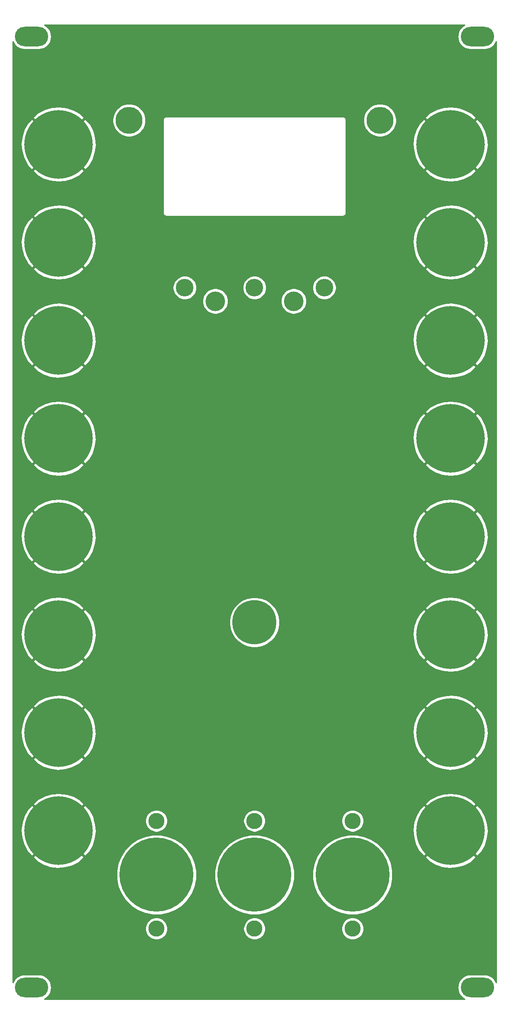
<source format=gbr>
%TF.GenerationSoftware,KiCad,Pcbnew,5.1.10-88a1d61d58~88~ubuntu20.10.1*%
%TF.CreationDate,2021-05-15T16:12:09+02:00*%
%TF.ProjectId,kosmo-multitool-panel,6b6f736d-6f2d-46d7-956c-7469746f6f6c,v1.0.0*%
%TF.SameCoordinates,Original*%
%TF.FileFunction,Copper,L2,Bot*%
%TF.FilePolarity,Positive*%
%FSLAX46Y46*%
G04 Gerber Fmt 4.6, Leading zero omitted, Abs format (unit mm)*
G04 Created by KiCad (PCBNEW 5.1.10-88a1d61d58~88~ubuntu20.10.1) date 2021-05-15 16:12:09*
%MOMM*%
%LPD*%
G01*
G04 APERTURE LIST*
%TA.AperFunction,ComponentPad*%
%ADD10C,4.000000*%
%TD*%
%TA.AperFunction,ComponentPad*%
%ADD11C,3.600000*%
%TD*%
%TA.AperFunction,ComponentPad*%
%ADD12C,5.500000*%
%TD*%
%TA.AperFunction,ComponentPad*%
%ADD13C,9.000000*%
%TD*%
%TA.AperFunction,ComponentPad*%
%ADD14C,3.300000*%
%TD*%
%TA.AperFunction,ComponentPad*%
%ADD15C,15.100000*%
%TD*%
%TA.AperFunction,ComponentPad*%
%ADD16C,14.000000*%
%TD*%
%TA.AperFunction,ComponentPad*%
%ADD17O,6.800000X4.000000*%
%TD*%
%TA.AperFunction,Conductor*%
%ADD18C,0.254000*%
%TD*%
%TA.AperFunction,Conductor*%
%ADD19C,0.100000*%
%TD*%
G04 APERTURE END LIST*
D10*
%TO.P,REF\u002A\u002A,1*%
%TO.N,N/C*%
X92000000Y-87000000D03*
%TD*%
%TO.P,REF\u002A\u002A,1*%
%TO.N,N/C*%
X108000000Y-87000000D03*
%TD*%
D11*
%TO.P,REF\u002A\u002A,1*%
%TO.N,N/C*%
X114250000Y-84250000D03*
%TD*%
%TO.P,REF\u002A\u002A,1*%
%TO.N,N/C*%
X85750000Y-84250000D03*
%TD*%
%TO.P,REF\u002A\u002A,1*%
%TO.N,N/C*%
X100000000Y-84250000D03*
%TD*%
D12*
%TO.P,REF\u002A\u002A,1*%
%TO.N,N/C*%
X125600000Y-50100000D03*
%TD*%
%TO.P,REF\u002A\u002A,1*%
%TO.N,N/C*%
X74400000Y-50100000D03*
%TD*%
D13*
%TO.P,REF\u002A\u002A,1*%
%TO.N,N/C*%
X100000000Y-152500000D03*
%TD*%
D14*
%TO.P,REF\u002A\u002A,3*%
%TO.N,N/C*%
X80000000Y-215000000D03*
%TO.P,REF\u002A\u002A,2*%
X80000000Y-193000000D03*
D15*
%TO.P,REF\u002A\u002A,1*%
X80000000Y-204000000D03*
%TD*%
D14*
%TO.P,REF\u002A\u002A,3*%
%TO.N,N/C*%
X120000000Y-215000000D03*
%TO.P,REF\u002A\u002A,2*%
X120000000Y-193000000D03*
D15*
%TO.P,REF\u002A\u002A,1*%
X120000000Y-204000000D03*
%TD*%
D14*
%TO.P,REF\u002A\u002A,3*%
%TO.N,N/C*%
X100000000Y-215000000D03*
%TO.P,REF\u002A\u002A,2*%
X100000000Y-193000000D03*
D15*
%TO.P,REF\u002A\u002A,1*%
X100000000Y-204000000D03*
%TD*%
D16*
%TO.P,REF\u002A\u002A,1*%
%TO.N,GND*%
X140000000Y-195000000D03*
%TD*%
%TO.P,REF\u002A\u002A,1*%
%TO.N,GND*%
X140000000Y-175000000D03*
%TD*%
%TO.P,REF\u002A\u002A,1*%
%TO.N,GND*%
X140000000Y-155000000D03*
%TD*%
%TO.P,REF\u002A\u002A,1*%
%TO.N,GND*%
X140000000Y-135000000D03*
%TD*%
%TO.P,REF\u002A\u002A,1*%
%TO.N,GND*%
X140000000Y-115000000D03*
%TD*%
%TO.P,REF\u002A\u002A,1*%
%TO.N,GND*%
X140000000Y-95000000D03*
%TD*%
%TO.P,REF\u002A\u002A,1*%
%TO.N,GND*%
X140000000Y-75000000D03*
%TD*%
%TO.P,REF\u002A\u002A,1*%
%TO.N,GND*%
X140000000Y-55000000D03*
%TD*%
%TO.P,REF\u002A\u002A,1*%
%TO.N,GND*%
X60000000Y-195000000D03*
%TD*%
%TO.P,REF\u002A\u002A,1*%
%TO.N,GND*%
X60000000Y-175000000D03*
%TD*%
%TO.P,REF\u002A\u002A,1*%
%TO.N,GND*%
X60000000Y-155000000D03*
%TD*%
%TO.P,REF\u002A\u002A,1*%
%TO.N,GND*%
X60000000Y-135000000D03*
%TD*%
%TO.P,REF\u002A\u002A,1*%
%TO.N,GND*%
X60000000Y-115000000D03*
%TD*%
%TO.P,REF\u002A\u002A,1*%
%TO.N,GND*%
X60000000Y-95000000D03*
%TD*%
%TO.P,REF\u002A\u002A,1*%
%TO.N,GND*%
X60000000Y-75000000D03*
%TD*%
%TO.P,REF\u002A\u002A,1*%
%TO.N,GND*%
X60000000Y-55000000D03*
%TD*%
D17*
%TO.P,REF\u002A\u002A,1*%
%TO.N,N/C*%
X145500000Y-33000000D03*
X145500000Y-227000000D03*
%TD*%
%TO.P,REF\u002A\u002A,1*%
%TO.N,N/C*%
X54500000Y-33000000D03*
X54500000Y-227000000D03*
%TD*%
D18*
%TO.N,GND*%
X142628989Y-30798477D02*
X142227759Y-31127759D01*
X141898477Y-31528989D01*
X141653799Y-31986750D01*
X141503127Y-32483450D01*
X141452251Y-33000000D01*
X141503127Y-33516550D01*
X141653799Y-34013250D01*
X141898477Y-34471011D01*
X142227759Y-34872241D01*
X142628989Y-35201523D01*
X143086750Y-35446201D01*
X143583450Y-35596873D01*
X143970558Y-35635000D01*
X147029442Y-35635000D01*
X147416550Y-35596873D01*
X147913250Y-35446201D01*
X148371011Y-35201523D01*
X148772241Y-34872241D01*
X149101523Y-34471011D01*
X149340000Y-34024851D01*
X149340001Y-225975151D01*
X149101523Y-225528989D01*
X148772241Y-225127759D01*
X148371011Y-224798477D01*
X147913250Y-224553799D01*
X147416550Y-224403127D01*
X147029442Y-224365000D01*
X143970558Y-224365000D01*
X143583450Y-224403127D01*
X143086750Y-224553799D01*
X142628989Y-224798477D01*
X142227759Y-225127759D01*
X141898477Y-225528989D01*
X141653799Y-225986750D01*
X141503127Y-226483450D01*
X141452251Y-227000000D01*
X141503127Y-227516550D01*
X141653799Y-228013250D01*
X141898477Y-228471011D01*
X142227759Y-228872241D01*
X142628989Y-229201523D01*
X142888062Y-229340000D01*
X57111938Y-229340000D01*
X57371011Y-229201523D01*
X57772241Y-228872241D01*
X58101523Y-228471011D01*
X58346201Y-228013250D01*
X58496873Y-227516550D01*
X58547749Y-227000000D01*
X58496873Y-226483450D01*
X58346201Y-225986750D01*
X58101523Y-225528989D01*
X57772241Y-225127759D01*
X57371011Y-224798477D01*
X56913250Y-224553799D01*
X56416550Y-224403127D01*
X56029442Y-224365000D01*
X52970558Y-224365000D01*
X52583450Y-224403127D01*
X52086750Y-224553799D01*
X51628989Y-224798477D01*
X51227759Y-225127759D01*
X50898477Y-225528989D01*
X50660000Y-225975149D01*
X50660000Y-214774947D01*
X77715000Y-214774947D01*
X77715000Y-215225053D01*
X77802811Y-215666510D01*
X77975059Y-216082353D01*
X78225125Y-216456603D01*
X78543397Y-216774875D01*
X78917647Y-217024941D01*
X79333490Y-217197189D01*
X79774947Y-217285000D01*
X80225053Y-217285000D01*
X80666510Y-217197189D01*
X81082353Y-217024941D01*
X81456603Y-216774875D01*
X81774875Y-216456603D01*
X82024941Y-216082353D01*
X82197189Y-215666510D01*
X82285000Y-215225053D01*
X82285000Y-214774947D01*
X97715000Y-214774947D01*
X97715000Y-215225053D01*
X97802811Y-215666510D01*
X97975059Y-216082353D01*
X98225125Y-216456603D01*
X98543397Y-216774875D01*
X98917647Y-217024941D01*
X99333490Y-217197189D01*
X99774947Y-217285000D01*
X100225053Y-217285000D01*
X100666510Y-217197189D01*
X101082353Y-217024941D01*
X101456603Y-216774875D01*
X101774875Y-216456603D01*
X102024941Y-216082353D01*
X102197189Y-215666510D01*
X102285000Y-215225053D01*
X102285000Y-214774947D01*
X117715000Y-214774947D01*
X117715000Y-215225053D01*
X117802811Y-215666510D01*
X117975059Y-216082353D01*
X118225125Y-216456603D01*
X118543397Y-216774875D01*
X118917647Y-217024941D01*
X119333490Y-217197189D01*
X119774947Y-217285000D01*
X120225053Y-217285000D01*
X120666510Y-217197189D01*
X121082353Y-217024941D01*
X121456603Y-216774875D01*
X121774875Y-216456603D01*
X122024941Y-216082353D01*
X122197189Y-215666510D01*
X122285000Y-215225053D01*
X122285000Y-214774947D01*
X122197189Y-214333490D01*
X122024941Y-213917647D01*
X121774875Y-213543397D01*
X121456603Y-213225125D01*
X121082353Y-212975059D01*
X120666510Y-212802811D01*
X120225053Y-212715000D01*
X119774947Y-212715000D01*
X119333490Y-212802811D01*
X118917647Y-212975059D01*
X118543397Y-213225125D01*
X118225125Y-213543397D01*
X117975059Y-213917647D01*
X117802811Y-214333490D01*
X117715000Y-214774947D01*
X102285000Y-214774947D01*
X102197189Y-214333490D01*
X102024941Y-213917647D01*
X101774875Y-213543397D01*
X101456603Y-213225125D01*
X101082353Y-212975059D01*
X100666510Y-212802811D01*
X100225053Y-212715000D01*
X99774947Y-212715000D01*
X99333490Y-212802811D01*
X98917647Y-212975059D01*
X98543397Y-213225125D01*
X98225125Y-213543397D01*
X97975059Y-213917647D01*
X97802811Y-214333490D01*
X97715000Y-214774947D01*
X82285000Y-214774947D01*
X82197189Y-214333490D01*
X82024941Y-213917647D01*
X81774875Y-213543397D01*
X81456603Y-213225125D01*
X81082353Y-212975059D01*
X80666510Y-212802811D01*
X80225053Y-212715000D01*
X79774947Y-212715000D01*
X79333490Y-212802811D01*
X78917647Y-212975059D01*
X78543397Y-213225125D01*
X78225125Y-213543397D01*
X77975059Y-213917647D01*
X77802811Y-214333490D01*
X77715000Y-214774947D01*
X50660000Y-214774947D01*
X50660000Y-203193848D01*
X71815000Y-203193848D01*
X71815000Y-204806152D01*
X72129545Y-206387477D01*
X72746547Y-207877051D01*
X73642295Y-209217634D01*
X74782366Y-210357705D01*
X76122949Y-211253453D01*
X77612523Y-211870455D01*
X79193848Y-212185000D01*
X80806152Y-212185000D01*
X82387477Y-211870455D01*
X83877051Y-211253453D01*
X85217634Y-210357705D01*
X86357705Y-209217634D01*
X87253453Y-207877051D01*
X87870455Y-206387477D01*
X88185000Y-204806152D01*
X88185000Y-203193848D01*
X91815000Y-203193848D01*
X91815000Y-204806152D01*
X92129545Y-206387477D01*
X92746547Y-207877051D01*
X93642295Y-209217634D01*
X94782366Y-210357705D01*
X96122949Y-211253453D01*
X97612523Y-211870455D01*
X99193848Y-212185000D01*
X100806152Y-212185000D01*
X102387477Y-211870455D01*
X103877051Y-211253453D01*
X105217634Y-210357705D01*
X106357705Y-209217634D01*
X107253453Y-207877051D01*
X107870455Y-206387477D01*
X108185000Y-204806152D01*
X108185000Y-203193848D01*
X111815000Y-203193848D01*
X111815000Y-204806152D01*
X112129545Y-206387477D01*
X112746547Y-207877051D01*
X113642295Y-209217634D01*
X114782366Y-210357705D01*
X116122949Y-211253453D01*
X117612523Y-211870455D01*
X119193848Y-212185000D01*
X120806152Y-212185000D01*
X122387477Y-211870455D01*
X123877051Y-211253453D01*
X125217634Y-210357705D01*
X126357705Y-209217634D01*
X127253453Y-207877051D01*
X127870455Y-206387477D01*
X128185000Y-204806152D01*
X128185000Y-203193848D01*
X127870455Y-201612523D01*
X127368905Y-200401674D01*
X134777932Y-200401674D01*
X135593908Y-201280530D01*
X136903840Y-202019437D01*
X138332756Y-202488591D01*
X139825743Y-202669963D01*
X141325428Y-202556583D01*
X142774176Y-202152807D01*
X144116314Y-201474153D01*
X144406092Y-201280530D01*
X145222068Y-200401674D01*
X140000000Y-195179605D01*
X134777932Y-200401674D01*
X127368905Y-200401674D01*
X127253453Y-200122949D01*
X126357705Y-198782366D01*
X125217634Y-197642295D01*
X123877051Y-196746547D01*
X122387477Y-196129545D01*
X120806152Y-195815000D01*
X119193848Y-195815000D01*
X117612523Y-196129545D01*
X116122949Y-196746547D01*
X114782366Y-197642295D01*
X113642295Y-198782366D01*
X112746547Y-200122949D01*
X112129545Y-201612523D01*
X111815000Y-203193848D01*
X108185000Y-203193848D01*
X107870455Y-201612523D01*
X107253453Y-200122949D01*
X106357705Y-198782366D01*
X105217634Y-197642295D01*
X103877051Y-196746547D01*
X102387477Y-196129545D01*
X100806152Y-195815000D01*
X99193848Y-195815000D01*
X97612523Y-196129545D01*
X96122949Y-196746547D01*
X94782366Y-197642295D01*
X93642295Y-198782366D01*
X92746547Y-200122949D01*
X92129545Y-201612523D01*
X91815000Y-203193848D01*
X88185000Y-203193848D01*
X87870455Y-201612523D01*
X87253453Y-200122949D01*
X86357705Y-198782366D01*
X85217634Y-197642295D01*
X83877051Y-196746547D01*
X82387477Y-196129545D01*
X80806152Y-195815000D01*
X79193848Y-195815000D01*
X77612523Y-196129545D01*
X76122949Y-196746547D01*
X74782366Y-197642295D01*
X73642295Y-198782366D01*
X72746547Y-200122949D01*
X72129545Y-201612523D01*
X71815000Y-203193848D01*
X50660000Y-203193848D01*
X50660000Y-200401674D01*
X54777932Y-200401674D01*
X55593908Y-201280530D01*
X56903840Y-202019437D01*
X58332756Y-202488591D01*
X59825743Y-202669963D01*
X61325428Y-202556583D01*
X62774176Y-202152807D01*
X64116314Y-201474153D01*
X64406092Y-201280530D01*
X65222068Y-200401674D01*
X60000000Y-195179605D01*
X54777932Y-200401674D01*
X50660000Y-200401674D01*
X50660000Y-194825743D01*
X52330037Y-194825743D01*
X52443417Y-196325428D01*
X52847193Y-197774176D01*
X53525847Y-199116314D01*
X53719470Y-199406092D01*
X54598326Y-200222068D01*
X59820395Y-195000000D01*
X60179605Y-195000000D01*
X65401674Y-200222068D01*
X66280530Y-199406092D01*
X67019437Y-198096160D01*
X67488591Y-196667244D01*
X67669963Y-195174257D01*
X67556583Y-193674572D01*
X67305852Y-192774947D01*
X77715000Y-192774947D01*
X77715000Y-193225053D01*
X77802811Y-193666510D01*
X77975059Y-194082353D01*
X78225125Y-194456603D01*
X78543397Y-194774875D01*
X78917647Y-195024941D01*
X79333490Y-195197189D01*
X79774947Y-195285000D01*
X80225053Y-195285000D01*
X80666510Y-195197189D01*
X81082353Y-195024941D01*
X81456603Y-194774875D01*
X81774875Y-194456603D01*
X82024941Y-194082353D01*
X82197189Y-193666510D01*
X82285000Y-193225053D01*
X82285000Y-192774947D01*
X97715000Y-192774947D01*
X97715000Y-193225053D01*
X97802811Y-193666510D01*
X97975059Y-194082353D01*
X98225125Y-194456603D01*
X98543397Y-194774875D01*
X98917647Y-195024941D01*
X99333490Y-195197189D01*
X99774947Y-195285000D01*
X100225053Y-195285000D01*
X100666510Y-195197189D01*
X101082353Y-195024941D01*
X101456603Y-194774875D01*
X101774875Y-194456603D01*
X102024941Y-194082353D01*
X102197189Y-193666510D01*
X102285000Y-193225053D01*
X102285000Y-192774947D01*
X117715000Y-192774947D01*
X117715000Y-193225053D01*
X117802811Y-193666510D01*
X117975059Y-194082353D01*
X118225125Y-194456603D01*
X118543397Y-194774875D01*
X118917647Y-195024941D01*
X119333490Y-195197189D01*
X119774947Y-195285000D01*
X120225053Y-195285000D01*
X120666510Y-195197189D01*
X121082353Y-195024941D01*
X121380473Y-194825743D01*
X132330037Y-194825743D01*
X132443417Y-196325428D01*
X132847193Y-197774176D01*
X133525847Y-199116314D01*
X133719470Y-199406092D01*
X134598326Y-200222068D01*
X139820395Y-195000000D01*
X140179605Y-195000000D01*
X145401674Y-200222068D01*
X146280530Y-199406092D01*
X147019437Y-198096160D01*
X147488591Y-196667244D01*
X147669963Y-195174257D01*
X147556583Y-193674572D01*
X147152807Y-192225824D01*
X146474153Y-190883686D01*
X146280530Y-190593908D01*
X145401674Y-189777932D01*
X140179605Y-195000000D01*
X139820395Y-195000000D01*
X134598326Y-189777932D01*
X133719470Y-190593908D01*
X132980563Y-191903840D01*
X132511409Y-193332756D01*
X132330037Y-194825743D01*
X121380473Y-194825743D01*
X121456603Y-194774875D01*
X121774875Y-194456603D01*
X122024941Y-194082353D01*
X122197189Y-193666510D01*
X122285000Y-193225053D01*
X122285000Y-192774947D01*
X122197189Y-192333490D01*
X122024941Y-191917647D01*
X121774875Y-191543397D01*
X121456603Y-191225125D01*
X121082353Y-190975059D01*
X120666510Y-190802811D01*
X120225053Y-190715000D01*
X119774947Y-190715000D01*
X119333490Y-190802811D01*
X118917647Y-190975059D01*
X118543397Y-191225125D01*
X118225125Y-191543397D01*
X117975059Y-191917647D01*
X117802811Y-192333490D01*
X117715000Y-192774947D01*
X102285000Y-192774947D01*
X102197189Y-192333490D01*
X102024941Y-191917647D01*
X101774875Y-191543397D01*
X101456603Y-191225125D01*
X101082353Y-190975059D01*
X100666510Y-190802811D01*
X100225053Y-190715000D01*
X99774947Y-190715000D01*
X99333490Y-190802811D01*
X98917647Y-190975059D01*
X98543397Y-191225125D01*
X98225125Y-191543397D01*
X97975059Y-191917647D01*
X97802811Y-192333490D01*
X97715000Y-192774947D01*
X82285000Y-192774947D01*
X82197189Y-192333490D01*
X82024941Y-191917647D01*
X81774875Y-191543397D01*
X81456603Y-191225125D01*
X81082353Y-190975059D01*
X80666510Y-190802811D01*
X80225053Y-190715000D01*
X79774947Y-190715000D01*
X79333490Y-190802811D01*
X78917647Y-190975059D01*
X78543397Y-191225125D01*
X78225125Y-191543397D01*
X77975059Y-191917647D01*
X77802811Y-192333490D01*
X77715000Y-192774947D01*
X67305852Y-192774947D01*
X67152807Y-192225824D01*
X66474153Y-190883686D01*
X66280530Y-190593908D01*
X65401674Y-189777932D01*
X60179605Y-195000000D01*
X59820395Y-195000000D01*
X54598326Y-189777932D01*
X53719470Y-190593908D01*
X52980563Y-191903840D01*
X52511409Y-193332756D01*
X52330037Y-194825743D01*
X50660000Y-194825743D01*
X50660000Y-189598326D01*
X54777932Y-189598326D01*
X60000000Y-194820395D01*
X65222068Y-189598326D01*
X134777932Y-189598326D01*
X140000000Y-194820395D01*
X145222068Y-189598326D01*
X144406092Y-188719470D01*
X143096160Y-187980563D01*
X141667244Y-187511409D01*
X140174257Y-187330037D01*
X138674572Y-187443417D01*
X137225824Y-187847193D01*
X135883686Y-188525847D01*
X135593908Y-188719470D01*
X134777932Y-189598326D01*
X65222068Y-189598326D01*
X64406092Y-188719470D01*
X63096160Y-187980563D01*
X61667244Y-187511409D01*
X60174257Y-187330037D01*
X58674572Y-187443417D01*
X57225824Y-187847193D01*
X55883686Y-188525847D01*
X55593908Y-188719470D01*
X54777932Y-189598326D01*
X50660000Y-189598326D01*
X50660000Y-180401674D01*
X54777932Y-180401674D01*
X55593908Y-181280530D01*
X56903840Y-182019437D01*
X58332756Y-182488591D01*
X59825743Y-182669963D01*
X61325428Y-182556583D01*
X62774176Y-182152807D01*
X64116314Y-181474153D01*
X64406092Y-181280530D01*
X65222068Y-180401674D01*
X134777932Y-180401674D01*
X135593908Y-181280530D01*
X136903840Y-182019437D01*
X138332756Y-182488591D01*
X139825743Y-182669963D01*
X141325428Y-182556583D01*
X142774176Y-182152807D01*
X144116314Y-181474153D01*
X144406092Y-181280530D01*
X145222068Y-180401674D01*
X140000000Y-175179605D01*
X134777932Y-180401674D01*
X65222068Y-180401674D01*
X60000000Y-175179605D01*
X54777932Y-180401674D01*
X50660000Y-180401674D01*
X50660000Y-174825743D01*
X52330037Y-174825743D01*
X52443417Y-176325428D01*
X52847193Y-177774176D01*
X53525847Y-179116314D01*
X53719470Y-179406092D01*
X54598326Y-180222068D01*
X59820395Y-175000000D01*
X60179605Y-175000000D01*
X65401674Y-180222068D01*
X66280530Y-179406092D01*
X67019437Y-178096160D01*
X67488591Y-176667244D01*
X67669963Y-175174257D01*
X67643615Y-174825743D01*
X132330037Y-174825743D01*
X132443417Y-176325428D01*
X132847193Y-177774176D01*
X133525847Y-179116314D01*
X133719470Y-179406092D01*
X134598326Y-180222068D01*
X139820395Y-175000000D01*
X140179605Y-175000000D01*
X145401674Y-180222068D01*
X146280530Y-179406092D01*
X147019437Y-178096160D01*
X147488591Y-176667244D01*
X147669963Y-175174257D01*
X147556583Y-173674572D01*
X147152807Y-172225824D01*
X146474153Y-170883686D01*
X146280530Y-170593908D01*
X145401674Y-169777932D01*
X140179605Y-175000000D01*
X139820395Y-175000000D01*
X134598326Y-169777932D01*
X133719470Y-170593908D01*
X132980563Y-171903840D01*
X132511409Y-173332756D01*
X132330037Y-174825743D01*
X67643615Y-174825743D01*
X67556583Y-173674572D01*
X67152807Y-172225824D01*
X66474153Y-170883686D01*
X66280530Y-170593908D01*
X65401674Y-169777932D01*
X60179605Y-175000000D01*
X59820395Y-175000000D01*
X54598326Y-169777932D01*
X53719470Y-170593908D01*
X52980563Y-171903840D01*
X52511409Y-173332756D01*
X52330037Y-174825743D01*
X50660000Y-174825743D01*
X50660000Y-169598326D01*
X54777932Y-169598326D01*
X60000000Y-174820395D01*
X65222068Y-169598326D01*
X134777932Y-169598326D01*
X140000000Y-174820395D01*
X145222068Y-169598326D01*
X144406092Y-168719470D01*
X143096160Y-167980563D01*
X141667244Y-167511409D01*
X140174257Y-167330037D01*
X138674572Y-167443417D01*
X137225824Y-167847193D01*
X135883686Y-168525847D01*
X135593908Y-168719470D01*
X134777932Y-169598326D01*
X65222068Y-169598326D01*
X64406092Y-168719470D01*
X63096160Y-167980563D01*
X61667244Y-167511409D01*
X60174257Y-167330037D01*
X58674572Y-167443417D01*
X57225824Y-167847193D01*
X55883686Y-168525847D01*
X55593908Y-168719470D01*
X54777932Y-169598326D01*
X50660000Y-169598326D01*
X50660000Y-160401674D01*
X54777932Y-160401674D01*
X55593908Y-161280530D01*
X56903840Y-162019437D01*
X58332756Y-162488591D01*
X59825743Y-162669963D01*
X61325428Y-162556583D01*
X62774176Y-162152807D01*
X64116314Y-161474153D01*
X64406092Y-161280530D01*
X65222068Y-160401674D01*
X134777932Y-160401674D01*
X135593908Y-161280530D01*
X136903840Y-162019437D01*
X138332756Y-162488591D01*
X139825743Y-162669963D01*
X141325428Y-162556583D01*
X142774176Y-162152807D01*
X144116314Y-161474153D01*
X144406092Y-161280530D01*
X145222068Y-160401674D01*
X140000000Y-155179605D01*
X134777932Y-160401674D01*
X65222068Y-160401674D01*
X60000000Y-155179605D01*
X54777932Y-160401674D01*
X50660000Y-160401674D01*
X50660000Y-154825743D01*
X52330037Y-154825743D01*
X52443417Y-156325428D01*
X52847193Y-157774176D01*
X53525847Y-159116314D01*
X53719470Y-159406092D01*
X54598326Y-160222068D01*
X59820395Y-155000000D01*
X60179605Y-155000000D01*
X65401674Y-160222068D01*
X66280530Y-159406092D01*
X67019437Y-158096160D01*
X67488591Y-156667244D01*
X67669963Y-155174257D01*
X67556583Y-153674572D01*
X67152807Y-152225824D01*
X67035710Y-151994247D01*
X94865000Y-151994247D01*
X94865000Y-153005753D01*
X95062335Y-153997824D01*
X95449422Y-154932335D01*
X96011385Y-155773372D01*
X96726628Y-156488615D01*
X97567665Y-157050578D01*
X98502176Y-157437665D01*
X99494247Y-157635000D01*
X100505753Y-157635000D01*
X101497824Y-157437665D01*
X102432335Y-157050578D01*
X103273372Y-156488615D01*
X103988615Y-155773372D01*
X104550578Y-154932335D01*
X104594729Y-154825743D01*
X132330037Y-154825743D01*
X132443417Y-156325428D01*
X132847193Y-157774176D01*
X133525847Y-159116314D01*
X133719470Y-159406092D01*
X134598326Y-160222068D01*
X139820395Y-155000000D01*
X140179605Y-155000000D01*
X145401674Y-160222068D01*
X146280530Y-159406092D01*
X147019437Y-158096160D01*
X147488591Y-156667244D01*
X147669963Y-155174257D01*
X147556583Y-153674572D01*
X147152807Y-152225824D01*
X146474153Y-150883686D01*
X146280530Y-150593908D01*
X145401674Y-149777932D01*
X140179605Y-155000000D01*
X139820395Y-155000000D01*
X134598326Y-149777932D01*
X133719470Y-150593908D01*
X132980563Y-151903840D01*
X132511409Y-153332756D01*
X132330037Y-154825743D01*
X104594729Y-154825743D01*
X104937665Y-153997824D01*
X105135000Y-153005753D01*
X105135000Y-151994247D01*
X104937665Y-151002176D01*
X104550578Y-150067665D01*
X104236976Y-149598326D01*
X134777932Y-149598326D01*
X140000000Y-154820395D01*
X145222068Y-149598326D01*
X144406092Y-148719470D01*
X143096160Y-147980563D01*
X141667244Y-147511409D01*
X140174257Y-147330037D01*
X138674572Y-147443417D01*
X137225824Y-147847193D01*
X135883686Y-148525847D01*
X135593908Y-148719470D01*
X134777932Y-149598326D01*
X104236976Y-149598326D01*
X103988615Y-149226628D01*
X103273372Y-148511385D01*
X102432335Y-147949422D01*
X101497824Y-147562335D01*
X100505753Y-147365000D01*
X99494247Y-147365000D01*
X98502176Y-147562335D01*
X97567665Y-147949422D01*
X96726628Y-148511385D01*
X96011385Y-149226628D01*
X95449422Y-150067665D01*
X95062335Y-151002176D01*
X94865000Y-151994247D01*
X67035710Y-151994247D01*
X66474153Y-150883686D01*
X66280530Y-150593908D01*
X65401674Y-149777932D01*
X60179605Y-155000000D01*
X59820395Y-155000000D01*
X54598326Y-149777932D01*
X53719470Y-150593908D01*
X52980563Y-151903840D01*
X52511409Y-153332756D01*
X52330037Y-154825743D01*
X50660000Y-154825743D01*
X50660000Y-149598326D01*
X54777932Y-149598326D01*
X60000000Y-154820395D01*
X65222068Y-149598326D01*
X64406092Y-148719470D01*
X63096160Y-147980563D01*
X61667244Y-147511409D01*
X60174257Y-147330037D01*
X58674572Y-147443417D01*
X57225824Y-147847193D01*
X55883686Y-148525847D01*
X55593908Y-148719470D01*
X54777932Y-149598326D01*
X50660000Y-149598326D01*
X50660000Y-140401674D01*
X54777932Y-140401674D01*
X55593908Y-141280530D01*
X56903840Y-142019437D01*
X58332756Y-142488591D01*
X59825743Y-142669963D01*
X61325428Y-142556583D01*
X62774176Y-142152807D01*
X64116314Y-141474153D01*
X64406092Y-141280530D01*
X65222068Y-140401674D01*
X134777932Y-140401674D01*
X135593908Y-141280530D01*
X136903840Y-142019437D01*
X138332756Y-142488591D01*
X139825743Y-142669963D01*
X141325428Y-142556583D01*
X142774176Y-142152807D01*
X144116314Y-141474153D01*
X144406092Y-141280530D01*
X145222068Y-140401674D01*
X140000000Y-135179605D01*
X134777932Y-140401674D01*
X65222068Y-140401674D01*
X60000000Y-135179605D01*
X54777932Y-140401674D01*
X50660000Y-140401674D01*
X50660000Y-134825743D01*
X52330037Y-134825743D01*
X52443417Y-136325428D01*
X52847193Y-137774176D01*
X53525847Y-139116314D01*
X53719470Y-139406092D01*
X54598326Y-140222068D01*
X59820395Y-135000000D01*
X60179605Y-135000000D01*
X65401674Y-140222068D01*
X66280530Y-139406092D01*
X67019437Y-138096160D01*
X67488591Y-136667244D01*
X67669963Y-135174257D01*
X67643615Y-134825743D01*
X132330037Y-134825743D01*
X132443417Y-136325428D01*
X132847193Y-137774176D01*
X133525847Y-139116314D01*
X133719470Y-139406092D01*
X134598326Y-140222068D01*
X139820395Y-135000000D01*
X140179605Y-135000000D01*
X145401674Y-140222068D01*
X146280530Y-139406092D01*
X147019437Y-138096160D01*
X147488591Y-136667244D01*
X147669963Y-135174257D01*
X147556583Y-133674572D01*
X147152807Y-132225824D01*
X146474153Y-130883686D01*
X146280530Y-130593908D01*
X145401674Y-129777932D01*
X140179605Y-135000000D01*
X139820395Y-135000000D01*
X134598326Y-129777932D01*
X133719470Y-130593908D01*
X132980563Y-131903840D01*
X132511409Y-133332756D01*
X132330037Y-134825743D01*
X67643615Y-134825743D01*
X67556583Y-133674572D01*
X67152807Y-132225824D01*
X66474153Y-130883686D01*
X66280530Y-130593908D01*
X65401674Y-129777932D01*
X60179605Y-135000000D01*
X59820395Y-135000000D01*
X54598326Y-129777932D01*
X53719470Y-130593908D01*
X52980563Y-131903840D01*
X52511409Y-133332756D01*
X52330037Y-134825743D01*
X50660000Y-134825743D01*
X50660000Y-129598326D01*
X54777932Y-129598326D01*
X60000000Y-134820395D01*
X65222068Y-129598326D01*
X134777932Y-129598326D01*
X140000000Y-134820395D01*
X145222068Y-129598326D01*
X144406092Y-128719470D01*
X143096160Y-127980563D01*
X141667244Y-127511409D01*
X140174257Y-127330037D01*
X138674572Y-127443417D01*
X137225824Y-127847193D01*
X135883686Y-128525847D01*
X135593908Y-128719470D01*
X134777932Y-129598326D01*
X65222068Y-129598326D01*
X64406092Y-128719470D01*
X63096160Y-127980563D01*
X61667244Y-127511409D01*
X60174257Y-127330037D01*
X58674572Y-127443417D01*
X57225824Y-127847193D01*
X55883686Y-128525847D01*
X55593908Y-128719470D01*
X54777932Y-129598326D01*
X50660000Y-129598326D01*
X50660000Y-120401674D01*
X54777932Y-120401674D01*
X55593908Y-121280530D01*
X56903840Y-122019437D01*
X58332756Y-122488591D01*
X59825743Y-122669963D01*
X61325428Y-122556583D01*
X62774176Y-122152807D01*
X64116314Y-121474153D01*
X64406092Y-121280530D01*
X65222068Y-120401674D01*
X134777932Y-120401674D01*
X135593908Y-121280530D01*
X136903840Y-122019437D01*
X138332756Y-122488591D01*
X139825743Y-122669963D01*
X141325428Y-122556583D01*
X142774176Y-122152807D01*
X144116314Y-121474153D01*
X144406092Y-121280530D01*
X145222068Y-120401674D01*
X140000000Y-115179605D01*
X134777932Y-120401674D01*
X65222068Y-120401674D01*
X60000000Y-115179605D01*
X54777932Y-120401674D01*
X50660000Y-120401674D01*
X50660000Y-114825743D01*
X52330037Y-114825743D01*
X52443417Y-116325428D01*
X52847193Y-117774176D01*
X53525847Y-119116314D01*
X53719470Y-119406092D01*
X54598326Y-120222068D01*
X59820395Y-115000000D01*
X60179605Y-115000000D01*
X65401674Y-120222068D01*
X66280530Y-119406092D01*
X67019437Y-118096160D01*
X67488591Y-116667244D01*
X67669963Y-115174257D01*
X67643615Y-114825743D01*
X132330037Y-114825743D01*
X132443417Y-116325428D01*
X132847193Y-117774176D01*
X133525847Y-119116314D01*
X133719470Y-119406092D01*
X134598326Y-120222068D01*
X139820395Y-115000000D01*
X140179605Y-115000000D01*
X145401674Y-120222068D01*
X146280530Y-119406092D01*
X147019437Y-118096160D01*
X147488591Y-116667244D01*
X147669963Y-115174257D01*
X147556583Y-113674572D01*
X147152807Y-112225824D01*
X146474153Y-110883686D01*
X146280530Y-110593908D01*
X145401674Y-109777932D01*
X140179605Y-115000000D01*
X139820395Y-115000000D01*
X134598326Y-109777932D01*
X133719470Y-110593908D01*
X132980563Y-111903840D01*
X132511409Y-113332756D01*
X132330037Y-114825743D01*
X67643615Y-114825743D01*
X67556583Y-113674572D01*
X67152807Y-112225824D01*
X66474153Y-110883686D01*
X66280530Y-110593908D01*
X65401674Y-109777932D01*
X60179605Y-115000000D01*
X59820395Y-115000000D01*
X54598326Y-109777932D01*
X53719470Y-110593908D01*
X52980563Y-111903840D01*
X52511409Y-113332756D01*
X52330037Y-114825743D01*
X50660000Y-114825743D01*
X50660000Y-109598326D01*
X54777932Y-109598326D01*
X60000000Y-114820395D01*
X65222068Y-109598326D01*
X134777932Y-109598326D01*
X140000000Y-114820395D01*
X145222068Y-109598326D01*
X144406092Y-108719470D01*
X143096160Y-107980563D01*
X141667244Y-107511409D01*
X140174257Y-107330037D01*
X138674572Y-107443417D01*
X137225824Y-107847193D01*
X135883686Y-108525847D01*
X135593908Y-108719470D01*
X134777932Y-109598326D01*
X65222068Y-109598326D01*
X64406092Y-108719470D01*
X63096160Y-107980563D01*
X61667244Y-107511409D01*
X60174257Y-107330037D01*
X58674572Y-107443417D01*
X57225824Y-107847193D01*
X55883686Y-108525847D01*
X55593908Y-108719470D01*
X54777932Y-109598326D01*
X50660000Y-109598326D01*
X50660000Y-100401674D01*
X54777932Y-100401674D01*
X55593908Y-101280530D01*
X56903840Y-102019437D01*
X58332756Y-102488591D01*
X59825743Y-102669963D01*
X61325428Y-102556583D01*
X62774176Y-102152807D01*
X64116314Y-101474153D01*
X64406092Y-101280530D01*
X65222068Y-100401674D01*
X134777932Y-100401674D01*
X135593908Y-101280530D01*
X136903840Y-102019437D01*
X138332756Y-102488591D01*
X139825743Y-102669963D01*
X141325428Y-102556583D01*
X142774176Y-102152807D01*
X144116314Y-101474153D01*
X144406092Y-101280530D01*
X145222068Y-100401674D01*
X140000000Y-95179605D01*
X134777932Y-100401674D01*
X65222068Y-100401674D01*
X60000000Y-95179605D01*
X54777932Y-100401674D01*
X50660000Y-100401674D01*
X50660000Y-94825743D01*
X52330037Y-94825743D01*
X52443417Y-96325428D01*
X52847193Y-97774176D01*
X53525847Y-99116314D01*
X53719470Y-99406092D01*
X54598326Y-100222068D01*
X59820395Y-95000000D01*
X60179605Y-95000000D01*
X65401674Y-100222068D01*
X66280530Y-99406092D01*
X67019437Y-98096160D01*
X67488591Y-96667244D01*
X67669963Y-95174257D01*
X67643615Y-94825743D01*
X132330037Y-94825743D01*
X132443417Y-96325428D01*
X132847193Y-97774176D01*
X133525847Y-99116314D01*
X133719470Y-99406092D01*
X134598326Y-100222068D01*
X139820395Y-95000000D01*
X140179605Y-95000000D01*
X145401674Y-100222068D01*
X146280530Y-99406092D01*
X147019437Y-98096160D01*
X147488591Y-96667244D01*
X147669963Y-95174257D01*
X147556583Y-93674572D01*
X147152807Y-92225824D01*
X146474153Y-90883686D01*
X146280530Y-90593908D01*
X145401674Y-89777932D01*
X140179605Y-95000000D01*
X139820395Y-95000000D01*
X134598326Y-89777932D01*
X133719470Y-90593908D01*
X132980563Y-91903840D01*
X132511409Y-93332756D01*
X132330037Y-94825743D01*
X67643615Y-94825743D01*
X67556583Y-93674572D01*
X67152807Y-92225824D01*
X66474153Y-90883686D01*
X66280530Y-90593908D01*
X65401674Y-89777932D01*
X60179605Y-95000000D01*
X59820395Y-95000000D01*
X54598326Y-89777932D01*
X53719470Y-90593908D01*
X52980563Y-91903840D01*
X52511409Y-93332756D01*
X52330037Y-94825743D01*
X50660000Y-94825743D01*
X50660000Y-89598326D01*
X54777932Y-89598326D01*
X60000000Y-94820395D01*
X65222068Y-89598326D01*
X64406092Y-88719470D01*
X63096160Y-87980563D01*
X61667244Y-87511409D01*
X60174257Y-87330037D01*
X58674572Y-87443417D01*
X57225824Y-87847193D01*
X55883686Y-88525847D01*
X55593908Y-88719470D01*
X54777932Y-89598326D01*
X50660000Y-89598326D01*
X50660000Y-86740475D01*
X89365000Y-86740475D01*
X89365000Y-87259525D01*
X89466261Y-87768601D01*
X89664893Y-88248141D01*
X89953262Y-88679715D01*
X90320285Y-89046738D01*
X90751859Y-89335107D01*
X91231399Y-89533739D01*
X91740475Y-89635000D01*
X92259525Y-89635000D01*
X92768601Y-89533739D01*
X93248141Y-89335107D01*
X93679715Y-89046738D01*
X94046738Y-88679715D01*
X94335107Y-88248141D01*
X94533739Y-87768601D01*
X94635000Y-87259525D01*
X94635000Y-86740475D01*
X105365000Y-86740475D01*
X105365000Y-87259525D01*
X105466261Y-87768601D01*
X105664893Y-88248141D01*
X105953262Y-88679715D01*
X106320285Y-89046738D01*
X106751859Y-89335107D01*
X107231399Y-89533739D01*
X107740475Y-89635000D01*
X108259525Y-89635000D01*
X108443898Y-89598326D01*
X134777932Y-89598326D01*
X140000000Y-94820395D01*
X145222068Y-89598326D01*
X144406092Y-88719470D01*
X143096160Y-87980563D01*
X141667244Y-87511409D01*
X140174257Y-87330037D01*
X138674572Y-87443417D01*
X137225824Y-87847193D01*
X135883686Y-88525847D01*
X135593908Y-88719470D01*
X134777932Y-89598326D01*
X108443898Y-89598326D01*
X108768601Y-89533739D01*
X109248141Y-89335107D01*
X109679715Y-89046738D01*
X110046738Y-88679715D01*
X110335107Y-88248141D01*
X110533739Y-87768601D01*
X110635000Y-87259525D01*
X110635000Y-86740475D01*
X110533739Y-86231399D01*
X110335107Y-85751859D01*
X110046738Y-85320285D01*
X109679715Y-84953262D01*
X109248141Y-84664893D01*
X108768601Y-84466261D01*
X108259525Y-84365000D01*
X107740475Y-84365000D01*
X107231399Y-84466261D01*
X106751859Y-84664893D01*
X106320285Y-84953262D01*
X105953262Y-85320285D01*
X105664893Y-85751859D01*
X105466261Y-86231399D01*
X105365000Y-86740475D01*
X94635000Y-86740475D01*
X94533739Y-86231399D01*
X94335107Y-85751859D01*
X94046738Y-85320285D01*
X93679715Y-84953262D01*
X93248141Y-84664893D01*
X92768601Y-84466261D01*
X92259525Y-84365000D01*
X91740475Y-84365000D01*
X91231399Y-84466261D01*
X90751859Y-84664893D01*
X90320285Y-84953262D01*
X89953262Y-85320285D01*
X89664893Y-85751859D01*
X89466261Y-86231399D01*
X89365000Y-86740475D01*
X50660000Y-86740475D01*
X50660000Y-84010173D01*
X83315000Y-84010173D01*
X83315000Y-84489827D01*
X83408576Y-84960263D01*
X83592131Y-85403405D01*
X83858612Y-85802222D01*
X84197778Y-86141388D01*
X84596595Y-86407869D01*
X85039737Y-86591424D01*
X85510173Y-86685000D01*
X85989827Y-86685000D01*
X86460263Y-86591424D01*
X86903405Y-86407869D01*
X87302222Y-86141388D01*
X87641388Y-85802222D01*
X87907869Y-85403405D01*
X88091424Y-84960263D01*
X88185000Y-84489827D01*
X88185000Y-84010173D01*
X97565000Y-84010173D01*
X97565000Y-84489827D01*
X97658576Y-84960263D01*
X97842131Y-85403405D01*
X98108612Y-85802222D01*
X98447778Y-86141388D01*
X98846595Y-86407869D01*
X99289737Y-86591424D01*
X99760173Y-86685000D01*
X100239827Y-86685000D01*
X100710263Y-86591424D01*
X101153405Y-86407869D01*
X101552222Y-86141388D01*
X101891388Y-85802222D01*
X102157869Y-85403405D01*
X102341424Y-84960263D01*
X102435000Y-84489827D01*
X102435000Y-84010173D01*
X111815000Y-84010173D01*
X111815000Y-84489827D01*
X111908576Y-84960263D01*
X112092131Y-85403405D01*
X112358612Y-85802222D01*
X112697778Y-86141388D01*
X113096595Y-86407869D01*
X113539737Y-86591424D01*
X114010173Y-86685000D01*
X114489827Y-86685000D01*
X114960263Y-86591424D01*
X115403405Y-86407869D01*
X115802222Y-86141388D01*
X116141388Y-85802222D01*
X116407869Y-85403405D01*
X116591424Y-84960263D01*
X116685000Y-84489827D01*
X116685000Y-84010173D01*
X116591424Y-83539737D01*
X116407869Y-83096595D01*
X116141388Y-82697778D01*
X115802222Y-82358612D01*
X115403405Y-82092131D01*
X114960263Y-81908576D01*
X114489827Y-81815000D01*
X114010173Y-81815000D01*
X113539737Y-81908576D01*
X113096595Y-82092131D01*
X112697778Y-82358612D01*
X112358612Y-82697778D01*
X112092131Y-83096595D01*
X111908576Y-83539737D01*
X111815000Y-84010173D01*
X102435000Y-84010173D01*
X102341424Y-83539737D01*
X102157869Y-83096595D01*
X101891388Y-82697778D01*
X101552222Y-82358612D01*
X101153405Y-82092131D01*
X100710263Y-81908576D01*
X100239827Y-81815000D01*
X99760173Y-81815000D01*
X99289737Y-81908576D01*
X98846595Y-82092131D01*
X98447778Y-82358612D01*
X98108612Y-82697778D01*
X97842131Y-83096595D01*
X97658576Y-83539737D01*
X97565000Y-84010173D01*
X88185000Y-84010173D01*
X88091424Y-83539737D01*
X87907869Y-83096595D01*
X87641388Y-82697778D01*
X87302222Y-82358612D01*
X86903405Y-82092131D01*
X86460263Y-81908576D01*
X85989827Y-81815000D01*
X85510173Y-81815000D01*
X85039737Y-81908576D01*
X84596595Y-82092131D01*
X84197778Y-82358612D01*
X83858612Y-82697778D01*
X83592131Y-83096595D01*
X83408576Y-83539737D01*
X83315000Y-84010173D01*
X50660000Y-84010173D01*
X50660000Y-80401674D01*
X54777932Y-80401674D01*
X55593908Y-81280530D01*
X56903840Y-82019437D01*
X58332756Y-82488591D01*
X59825743Y-82669963D01*
X61325428Y-82556583D01*
X62774176Y-82152807D01*
X64116314Y-81474153D01*
X64406092Y-81280530D01*
X65222068Y-80401674D01*
X134777932Y-80401674D01*
X135593908Y-81280530D01*
X136903840Y-82019437D01*
X138332756Y-82488591D01*
X139825743Y-82669963D01*
X141325428Y-82556583D01*
X142774176Y-82152807D01*
X144116314Y-81474153D01*
X144406092Y-81280530D01*
X145222068Y-80401674D01*
X140000000Y-75179605D01*
X134777932Y-80401674D01*
X65222068Y-80401674D01*
X60000000Y-75179605D01*
X54777932Y-80401674D01*
X50660000Y-80401674D01*
X50660000Y-74825743D01*
X52330037Y-74825743D01*
X52443417Y-76325428D01*
X52847193Y-77774176D01*
X53525847Y-79116314D01*
X53719470Y-79406092D01*
X54598326Y-80222068D01*
X59820395Y-75000000D01*
X60179605Y-75000000D01*
X65401674Y-80222068D01*
X66280530Y-79406092D01*
X67019437Y-78096160D01*
X67488591Y-76667244D01*
X67669963Y-75174257D01*
X67643615Y-74825743D01*
X132330037Y-74825743D01*
X132443417Y-76325428D01*
X132847193Y-77774176D01*
X133525847Y-79116314D01*
X133719470Y-79406092D01*
X134598326Y-80222068D01*
X139820395Y-75000000D01*
X140179605Y-75000000D01*
X145401674Y-80222068D01*
X146280530Y-79406092D01*
X147019437Y-78096160D01*
X147488591Y-76667244D01*
X147669963Y-75174257D01*
X147556583Y-73674572D01*
X147152807Y-72225824D01*
X146474153Y-70883686D01*
X146280530Y-70593908D01*
X145401674Y-69777932D01*
X140179605Y-75000000D01*
X139820395Y-75000000D01*
X134598326Y-69777932D01*
X133719470Y-70593908D01*
X132980563Y-71903840D01*
X132511409Y-73332756D01*
X132330037Y-74825743D01*
X67643615Y-74825743D01*
X67556583Y-73674572D01*
X67152807Y-72225824D01*
X66474153Y-70883686D01*
X66280530Y-70593908D01*
X65401674Y-69777932D01*
X60179605Y-75000000D01*
X59820395Y-75000000D01*
X54598326Y-69777932D01*
X53719470Y-70593908D01*
X52980563Y-71903840D01*
X52511409Y-73332756D01*
X52330037Y-74825743D01*
X50660000Y-74825743D01*
X50660000Y-69598326D01*
X54777932Y-69598326D01*
X60000000Y-74820395D01*
X65222068Y-69598326D01*
X64406092Y-68719470D01*
X63096160Y-67980563D01*
X61667244Y-67511409D01*
X60174257Y-67330037D01*
X58674572Y-67443417D01*
X57225824Y-67847193D01*
X55883686Y-68525847D01*
X55593908Y-68719470D01*
X54777932Y-69598326D01*
X50660000Y-69598326D01*
X50660000Y-60401674D01*
X54777932Y-60401674D01*
X55593908Y-61280530D01*
X56903840Y-62019437D01*
X58332756Y-62488591D01*
X59825743Y-62669963D01*
X61325428Y-62556583D01*
X62774176Y-62152807D01*
X64116314Y-61474153D01*
X64406092Y-61280530D01*
X65222068Y-60401674D01*
X60000000Y-55179605D01*
X54777932Y-60401674D01*
X50660000Y-60401674D01*
X50660000Y-54825743D01*
X52330037Y-54825743D01*
X52443417Y-56325428D01*
X52847193Y-57774176D01*
X53525847Y-59116314D01*
X53719470Y-59406092D01*
X54598326Y-60222068D01*
X59820395Y-55000000D01*
X60179605Y-55000000D01*
X65401674Y-60222068D01*
X66280530Y-59406092D01*
X67019437Y-58096160D01*
X67488591Y-56667244D01*
X67669963Y-55174257D01*
X67556583Y-53674572D01*
X67152807Y-52225824D01*
X66474153Y-50883686D01*
X66280530Y-50593908D01*
X65401674Y-49777932D01*
X60179605Y-55000000D01*
X59820395Y-55000000D01*
X54598326Y-49777932D01*
X53719470Y-50593908D01*
X52980563Y-51903840D01*
X52511409Y-53332756D01*
X52330037Y-54825743D01*
X50660000Y-54825743D01*
X50660000Y-49598326D01*
X54777932Y-49598326D01*
X60000000Y-54820395D01*
X65053787Y-49766607D01*
X71015000Y-49766607D01*
X71015000Y-50433393D01*
X71145083Y-51087368D01*
X71400252Y-51703399D01*
X71770698Y-52257812D01*
X72242188Y-52729302D01*
X72796601Y-53099748D01*
X73412632Y-53354917D01*
X74066607Y-53485000D01*
X74733393Y-53485000D01*
X75387368Y-53354917D01*
X76003399Y-53099748D01*
X76557812Y-52729302D01*
X77029302Y-52257812D01*
X77399748Y-51703399D01*
X77654917Y-51087368D01*
X77785000Y-50433393D01*
X77785000Y-50000000D01*
X81336807Y-50000000D01*
X81340001Y-50032429D01*
X81340000Y-68967581D01*
X81336807Y-69000000D01*
X81349550Y-69129383D01*
X81387290Y-69253793D01*
X81448575Y-69368450D01*
X81531052Y-69468948D01*
X81631550Y-69551425D01*
X81746207Y-69612710D01*
X81870617Y-69650450D01*
X82000000Y-69663193D01*
X82032419Y-69660000D01*
X117967581Y-69660000D01*
X118000000Y-69663193D01*
X118032419Y-69660000D01*
X118129383Y-69650450D01*
X118253793Y-69612710D01*
X118280703Y-69598326D01*
X134777932Y-69598326D01*
X140000000Y-74820395D01*
X145222068Y-69598326D01*
X144406092Y-68719470D01*
X143096160Y-67980563D01*
X141667244Y-67511409D01*
X140174257Y-67330037D01*
X138674572Y-67443417D01*
X137225824Y-67847193D01*
X135883686Y-68525847D01*
X135593908Y-68719470D01*
X134777932Y-69598326D01*
X118280703Y-69598326D01*
X118368450Y-69551425D01*
X118468948Y-69468948D01*
X118551425Y-69368450D01*
X118612710Y-69253793D01*
X118650450Y-69129383D01*
X118663193Y-69000000D01*
X118660000Y-68967581D01*
X118660000Y-60401674D01*
X134777932Y-60401674D01*
X135593908Y-61280530D01*
X136903840Y-62019437D01*
X138332756Y-62488591D01*
X139825743Y-62669963D01*
X141325428Y-62556583D01*
X142774176Y-62152807D01*
X144116314Y-61474153D01*
X144406092Y-61280530D01*
X145222068Y-60401674D01*
X140000000Y-55179605D01*
X134777932Y-60401674D01*
X118660000Y-60401674D01*
X118660000Y-54825743D01*
X132330037Y-54825743D01*
X132443417Y-56325428D01*
X132847193Y-57774176D01*
X133525847Y-59116314D01*
X133719470Y-59406092D01*
X134598326Y-60222068D01*
X139820395Y-55000000D01*
X140179605Y-55000000D01*
X145401674Y-60222068D01*
X146280530Y-59406092D01*
X147019437Y-58096160D01*
X147488591Y-56667244D01*
X147669963Y-55174257D01*
X147556583Y-53674572D01*
X147152807Y-52225824D01*
X146474153Y-50883686D01*
X146280530Y-50593908D01*
X145401674Y-49777932D01*
X140179605Y-55000000D01*
X139820395Y-55000000D01*
X134598326Y-49777932D01*
X133719470Y-50593908D01*
X132980563Y-51903840D01*
X132511409Y-53332756D01*
X132330037Y-54825743D01*
X118660000Y-54825743D01*
X118660000Y-50032419D01*
X118663193Y-50000000D01*
X118650450Y-49870617D01*
X118618899Y-49766607D01*
X122215000Y-49766607D01*
X122215000Y-50433393D01*
X122345083Y-51087368D01*
X122600252Y-51703399D01*
X122970698Y-52257812D01*
X123442188Y-52729302D01*
X123996601Y-53099748D01*
X124612632Y-53354917D01*
X125266607Y-53485000D01*
X125933393Y-53485000D01*
X126587368Y-53354917D01*
X127203399Y-53099748D01*
X127757812Y-52729302D01*
X128229302Y-52257812D01*
X128599748Y-51703399D01*
X128854917Y-51087368D01*
X128985000Y-50433393D01*
X128985000Y-49766607D01*
X128951528Y-49598326D01*
X134777932Y-49598326D01*
X140000000Y-54820395D01*
X145222068Y-49598326D01*
X144406092Y-48719470D01*
X143096160Y-47980563D01*
X141667244Y-47511409D01*
X140174257Y-47330037D01*
X138674572Y-47443417D01*
X137225824Y-47847193D01*
X135883686Y-48525847D01*
X135593908Y-48719470D01*
X134777932Y-49598326D01*
X128951528Y-49598326D01*
X128854917Y-49112632D01*
X128599748Y-48496601D01*
X128229302Y-47942188D01*
X127757812Y-47470698D01*
X127203399Y-47100252D01*
X126587368Y-46845083D01*
X125933393Y-46715000D01*
X125266607Y-46715000D01*
X124612632Y-46845083D01*
X123996601Y-47100252D01*
X123442188Y-47470698D01*
X122970698Y-47942188D01*
X122600252Y-48496601D01*
X122345083Y-49112632D01*
X122215000Y-49766607D01*
X118618899Y-49766607D01*
X118612710Y-49746207D01*
X118551425Y-49631550D01*
X118468948Y-49531052D01*
X118368450Y-49448575D01*
X118253793Y-49387290D01*
X118129383Y-49349550D01*
X118032419Y-49340000D01*
X118000000Y-49336807D01*
X117967581Y-49340000D01*
X82032419Y-49340000D01*
X82000000Y-49336807D01*
X81967581Y-49340000D01*
X81870617Y-49349550D01*
X81746207Y-49387290D01*
X81631550Y-49448575D01*
X81531052Y-49531052D01*
X81448575Y-49631550D01*
X81387290Y-49746207D01*
X81349550Y-49870617D01*
X81336807Y-50000000D01*
X77785000Y-50000000D01*
X77785000Y-49766607D01*
X77654917Y-49112632D01*
X77399748Y-48496601D01*
X77029302Y-47942188D01*
X76557812Y-47470698D01*
X76003399Y-47100252D01*
X75387368Y-46845083D01*
X74733393Y-46715000D01*
X74066607Y-46715000D01*
X73412632Y-46845083D01*
X72796601Y-47100252D01*
X72242188Y-47470698D01*
X71770698Y-47942188D01*
X71400252Y-48496601D01*
X71145083Y-49112632D01*
X71015000Y-49766607D01*
X65053787Y-49766607D01*
X65222068Y-49598326D01*
X64406092Y-48719470D01*
X63096160Y-47980563D01*
X61667244Y-47511409D01*
X60174257Y-47330037D01*
X58674572Y-47443417D01*
X57225824Y-47847193D01*
X55883686Y-48525847D01*
X55593908Y-48719470D01*
X54777932Y-49598326D01*
X50660000Y-49598326D01*
X50660000Y-34024851D01*
X50898477Y-34471011D01*
X51227759Y-34872241D01*
X51628989Y-35201523D01*
X52086750Y-35446201D01*
X52583450Y-35596873D01*
X52970558Y-35635000D01*
X56029442Y-35635000D01*
X56416550Y-35596873D01*
X56913250Y-35446201D01*
X57371011Y-35201523D01*
X57772241Y-34872241D01*
X58101523Y-34471011D01*
X58346201Y-34013250D01*
X58496873Y-33516550D01*
X58547749Y-33000000D01*
X58496873Y-32483450D01*
X58346201Y-31986750D01*
X58101523Y-31528989D01*
X57772241Y-31127759D01*
X57371011Y-30798477D01*
X57111938Y-30660000D01*
X142888062Y-30660000D01*
X142628989Y-30798477D01*
%TA.AperFunction,Conductor*%
D19*
G36*
X142628989Y-30798477D02*
G01*
X142227759Y-31127759D01*
X141898477Y-31528989D01*
X141653799Y-31986750D01*
X141503127Y-32483450D01*
X141452251Y-33000000D01*
X141503127Y-33516550D01*
X141653799Y-34013250D01*
X141898477Y-34471011D01*
X142227759Y-34872241D01*
X142628989Y-35201523D01*
X143086750Y-35446201D01*
X143583450Y-35596873D01*
X143970558Y-35635000D01*
X147029442Y-35635000D01*
X147416550Y-35596873D01*
X147913250Y-35446201D01*
X148371011Y-35201523D01*
X148772241Y-34872241D01*
X149101523Y-34471011D01*
X149340000Y-34024851D01*
X149340001Y-225975151D01*
X149101523Y-225528989D01*
X148772241Y-225127759D01*
X148371011Y-224798477D01*
X147913250Y-224553799D01*
X147416550Y-224403127D01*
X147029442Y-224365000D01*
X143970558Y-224365000D01*
X143583450Y-224403127D01*
X143086750Y-224553799D01*
X142628989Y-224798477D01*
X142227759Y-225127759D01*
X141898477Y-225528989D01*
X141653799Y-225986750D01*
X141503127Y-226483450D01*
X141452251Y-227000000D01*
X141503127Y-227516550D01*
X141653799Y-228013250D01*
X141898477Y-228471011D01*
X142227759Y-228872241D01*
X142628989Y-229201523D01*
X142888062Y-229340000D01*
X57111938Y-229340000D01*
X57371011Y-229201523D01*
X57772241Y-228872241D01*
X58101523Y-228471011D01*
X58346201Y-228013250D01*
X58496873Y-227516550D01*
X58547749Y-227000000D01*
X58496873Y-226483450D01*
X58346201Y-225986750D01*
X58101523Y-225528989D01*
X57772241Y-225127759D01*
X57371011Y-224798477D01*
X56913250Y-224553799D01*
X56416550Y-224403127D01*
X56029442Y-224365000D01*
X52970558Y-224365000D01*
X52583450Y-224403127D01*
X52086750Y-224553799D01*
X51628989Y-224798477D01*
X51227759Y-225127759D01*
X50898477Y-225528989D01*
X50660000Y-225975149D01*
X50660000Y-214774947D01*
X77715000Y-214774947D01*
X77715000Y-215225053D01*
X77802811Y-215666510D01*
X77975059Y-216082353D01*
X78225125Y-216456603D01*
X78543397Y-216774875D01*
X78917647Y-217024941D01*
X79333490Y-217197189D01*
X79774947Y-217285000D01*
X80225053Y-217285000D01*
X80666510Y-217197189D01*
X81082353Y-217024941D01*
X81456603Y-216774875D01*
X81774875Y-216456603D01*
X82024941Y-216082353D01*
X82197189Y-215666510D01*
X82285000Y-215225053D01*
X82285000Y-214774947D01*
X97715000Y-214774947D01*
X97715000Y-215225053D01*
X97802811Y-215666510D01*
X97975059Y-216082353D01*
X98225125Y-216456603D01*
X98543397Y-216774875D01*
X98917647Y-217024941D01*
X99333490Y-217197189D01*
X99774947Y-217285000D01*
X100225053Y-217285000D01*
X100666510Y-217197189D01*
X101082353Y-217024941D01*
X101456603Y-216774875D01*
X101774875Y-216456603D01*
X102024941Y-216082353D01*
X102197189Y-215666510D01*
X102285000Y-215225053D01*
X102285000Y-214774947D01*
X117715000Y-214774947D01*
X117715000Y-215225053D01*
X117802811Y-215666510D01*
X117975059Y-216082353D01*
X118225125Y-216456603D01*
X118543397Y-216774875D01*
X118917647Y-217024941D01*
X119333490Y-217197189D01*
X119774947Y-217285000D01*
X120225053Y-217285000D01*
X120666510Y-217197189D01*
X121082353Y-217024941D01*
X121456603Y-216774875D01*
X121774875Y-216456603D01*
X122024941Y-216082353D01*
X122197189Y-215666510D01*
X122285000Y-215225053D01*
X122285000Y-214774947D01*
X122197189Y-214333490D01*
X122024941Y-213917647D01*
X121774875Y-213543397D01*
X121456603Y-213225125D01*
X121082353Y-212975059D01*
X120666510Y-212802811D01*
X120225053Y-212715000D01*
X119774947Y-212715000D01*
X119333490Y-212802811D01*
X118917647Y-212975059D01*
X118543397Y-213225125D01*
X118225125Y-213543397D01*
X117975059Y-213917647D01*
X117802811Y-214333490D01*
X117715000Y-214774947D01*
X102285000Y-214774947D01*
X102197189Y-214333490D01*
X102024941Y-213917647D01*
X101774875Y-213543397D01*
X101456603Y-213225125D01*
X101082353Y-212975059D01*
X100666510Y-212802811D01*
X100225053Y-212715000D01*
X99774947Y-212715000D01*
X99333490Y-212802811D01*
X98917647Y-212975059D01*
X98543397Y-213225125D01*
X98225125Y-213543397D01*
X97975059Y-213917647D01*
X97802811Y-214333490D01*
X97715000Y-214774947D01*
X82285000Y-214774947D01*
X82197189Y-214333490D01*
X82024941Y-213917647D01*
X81774875Y-213543397D01*
X81456603Y-213225125D01*
X81082353Y-212975059D01*
X80666510Y-212802811D01*
X80225053Y-212715000D01*
X79774947Y-212715000D01*
X79333490Y-212802811D01*
X78917647Y-212975059D01*
X78543397Y-213225125D01*
X78225125Y-213543397D01*
X77975059Y-213917647D01*
X77802811Y-214333490D01*
X77715000Y-214774947D01*
X50660000Y-214774947D01*
X50660000Y-203193848D01*
X71815000Y-203193848D01*
X71815000Y-204806152D01*
X72129545Y-206387477D01*
X72746547Y-207877051D01*
X73642295Y-209217634D01*
X74782366Y-210357705D01*
X76122949Y-211253453D01*
X77612523Y-211870455D01*
X79193848Y-212185000D01*
X80806152Y-212185000D01*
X82387477Y-211870455D01*
X83877051Y-211253453D01*
X85217634Y-210357705D01*
X86357705Y-209217634D01*
X87253453Y-207877051D01*
X87870455Y-206387477D01*
X88185000Y-204806152D01*
X88185000Y-203193848D01*
X91815000Y-203193848D01*
X91815000Y-204806152D01*
X92129545Y-206387477D01*
X92746547Y-207877051D01*
X93642295Y-209217634D01*
X94782366Y-210357705D01*
X96122949Y-211253453D01*
X97612523Y-211870455D01*
X99193848Y-212185000D01*
X100806152Y-212185000D01*
X102387477Y-211870455D01*
X103877051Y-211253453D01*
X105217634Y-210357705D01*
X106357705Y-209217634D01*
X107253453Y-207877051D01*
X107870455Y-206387477D01*
X108185000Y-204806152D01*
X108185000Y-203193848D01*
X111815000Y-203193848D01*
X111815000Y-204806152D01*
X112129545Y-206387477D01*
X112746547Y-207877051D01*
X113642295Y-209217634D01*
X114782366Y-210357705D01*
X116122949Y-211253453D01*
X117612523Y-211870455D01*
X119193848Y-212185000D01*
X120806152Y-212185000D01*
X122387477Y-211870455D01*
X123877051Y-211253453D01*
X125217634Y-210357705D01*
X126357705Y-209217634D01*
X127253453Y-207877051D01*
X127870455Y-206387477D01*
X128185000Y-204806152D01*
X128185000Y-203193848D01*
X127870455Y-201612523D01*
X127368905Y-200401674D01*
X134777932Y-200401674D01*
X135593908Y-201280530D01*
X136903840Y-202019437D01*
X138332756Y-202488591D01*
X139825743Y-202669963D01*
X141325428Y-202556583D01*
X142774176Y-202152807D01*
X144116314Y-201474153D01*
X144406092Y-201280530D01*
X145222068Y-200401674D01*
X140000000Y-195179605D01*
X134777932Y-200401674D01*
X127368905Y-200401674D01*
X127253453Y-200122949D01*
X126357705Y-198782366D01*
X125217634Y-197642295D01*
X123877051Y-196746547D01*
X122387477Y-196129545D01*
X120806152Y-195815000D01*
X119193848Y-195815000D01*
X117612523Y-196129545D01*
X116122949Y-196746547D01*
X114782366Y-197642295D01*
X113642295Y-198782366D01*
X112746547Y-200122949D01*
X112129545Y-201612523D01*
X111815000Y-203193848D01*
X108185000Y-203193848D01*
X107870455Y-201612523D01*
X107253453Y-200122949D01*
X106357705Y-198782366D01*
X105217634Y-197642295D01*
X103877051Y-196746547D01*
X102387477Y-196129545D01*
X100806152Y-195815000D01*
X99193848Y-195815000D01*
X97612523Y-196129545D01*
X96122949Y-196746547D01*
X94782366Y-197642295D01*
X93642295Y-198782366D01*
X92746547Y-200122949D01*
X92129545Y-201612523D01*
X91815000Y-203193848D01*
X88185000Y-203193848D01*
X87870455Y-201612523D01*
X87253453Y-200122949D01*
X86357705Y-198782366D01*
X85217634Y-197642295D01*
X83877051Y-196746547D01*
X82387477Y-196129545D01*
X80806152Y-195815000D01*
X79193848Y-195815000D01*
X77612523Y-196129545D01*
X76122949Y-196746547D01*
X74782366Y-197642295D01*
X73642295Y-198782366D01*
X72746547Y-200122949D01*
X72129545Y-201612523D01*
X71815000Y-203193848D01*
X50660000Y-203193848D01*
X50660000Y-200401674D01*
X54777932Y-200401674D01*
X55593908Y-201280530D01*
X56903840Y-202019437D01*
X58332756Y-202488591D01*
X59825743Y-202669963D01*
X61325428Y-202556583D01*
X62774176Y-202152807D01*
X64116314Y-201474153D01*
X64406092Y-201280530D01*
X65222068Y-200401674D01*
X60000000Y-195179605D01*
X54777932Y-200401674D01*
X50660000Y-200401674D01*
X50660000Y-194825743D01*
X52330037Y-194825743D01*
X52443417Y-196325428D01*
X52847193Y-197774176D01*
X53525847Y-199116314D01*
X53719470Y-199406092D01*
X54598326Y-200222068D01*
X59820395Y-195000000D01*
X60179605Y-195000000D01*
X65401674Y-200222068D01*
X66280530Y-199406092D01*
X67019437Y-198096160D01*
X67488591Y-196667244D01*
X67669963Y-195174257D01*
X67556583Y-193674572D01*
X67305852Y-192774947D01*
X77715000Y-192774947D01*
X77715000Y-193225053D01*
X77802811Y-193666510D01*
X77975059Y-194082353D01*
X78225125Y-194456603D01*
X78543397Y-194774875D01*
X78917647Y-195024941D01*
X79333490Y-195197189D01*
X79774947Y-195285000D01*
X80225053Y-195285000D01*
X80666510Y-195197189D01*
X81082353Y-195024941D01*
X81456603Y-194774875D01*
X81774875Y-194456603D01*
X82024941Y-194082353D01*
X82197189Y-193666510D01*
X82285000Y-193225053D01*
X82285000Y-192774947D01*
X97715000Y-192774947D01*
X97715000Y-193225053D01*
X97802811Y-193666510D01*
X97975059Y-194082353D01*
X98225125Y-194456603D01*
X98543397Y-194774875D01*
X98917647Y-195024941D01*
X99333490Y-195197189D01*
X99774947Y-195285000D01*
X100225053Y-195285000D01*
X100666510Y-195197189D01*
X101082353Y-195024941D01*
X101456603Y-194774875D01*
X101774875Y-194456603D01*
X102024941Y-194082353D01*
X102197189Y-193666510D01*
X102285000Y-193225053D01*
X102285000Y-192774947D01*
X117715000Y-192774947D01*
X117715000Y-193225053D01*
X117802811Y-193666510D01*
X117975059Y-194082353D01*
X118225125Y-194456603D01*
X118543397Y-194774875D01*
X118917647Y-195024941D01*
X119333490Y-195197189D01*
X119774947Y-195285000D01*
X120225053Y-195285000D01*
X120666510Y-195197189D01*
X121082353Y-195024941D01*
X121380473Y-194825743D01*
X132330037Y-194825743D01*
X132443417Y-196325428D01*
X132847193Y-197774176D01*
X133525847Y-199116314D01*
X133719470Y-199406092D01*
X134598326Y-200222068D01*
X139820395Y-195000000D01*
X140179605Y-195000000D01*
X145401674Y-200222068D01*
X146280530Y-199406092D01*
X147019437Y-198096160D01*
X147488591Y-196667244D01*
X147669963Y-195174257D01*
X147556583Y-193674572D01*
X147152807Y-192225824D01*
X146474153Y-190883686D01*
X146280530Y-190593908D01*
X145401674Y-189777932D01*
X140179605Y-195000000D01*
X139820395Y-195000000D01*
X134598326Y-189777932D01*
X133719470Y-190593908D01*
X132980563Y-191903840D01*
X132511409Y-193332756D01*
X132330037Y-194825743D01*
X121380473Y-194825743D01*
X121456603Y-194774875D01*
X121774875Y-194456603D01*
X122024941Y-194082353D01*
X122197189Y-193666510D01*
X122285000Y-193225053D01*
X122285000Y-192774947D01*
X122197189Y-192333490D01*
X122024941Y-191917647D01*
X121774875Y-191543397D01*
X121456603Y-191225125D01*
X121082353Y-190975059D01*
X120666510Y-190802811D01*
X120225053Y-190715000D01*
X119774947Y-190715000D01*
X119333490Y-190802811D01*
X118917647Y-190975059D01*
X118543397Y-191225125D01*
X118225125Y-191543397D01*
X117975059Y-191917647D01*
X117802811Y-192333490D01*
X117715000Y-192774947D01*
X102285000Y-192774947D01*
X102197189Y-192333490D01*
X102024941Y-191917647D01*
X101774875Y-191543397D01*
X101456603Y-191225125D01*
X101082353Y-190975059D01*
X100666510Y-190802811D01*
X100225053Y-190715000D01*
X99774947Y-190715000D01*
X99333490Y-190802811D01*
X98917647Y-190975059D01*
X98543397Y-191225125D01*
X98225125Y-191543397D01*
X97975059Y-191917647D01*
X97802811Y-192333490D01*
X97715000Y-192774947D01*
X82285000Y-192774947D01*
X82197189Y-192333490D01*
X82024941Y-191917647D01*
X81774875Y-191543397D01*
X81456603Y-191225125D01*
X81082353Y-190975059D01*
X80666510Y-190802811D01*
X80225053Y-190715000D01*
X79774947Y-190715000D01*
X79333490Y-190802811D01*
X78917647Y-190975059D01*
X78543397Y-191225125D01*
X78225125Y-191543397D01*
X77975059Y-191917647D01*
X77802811Y-192333490D01*
X77715000Y-192774947D01*
X67305852Y-192774947D01*
X67152807Y-192225824D01*
X66474153Y-190883686D01*
X66280530Y-190593908D01*
X65401674Y-189777932D01*
X60179605Y-195000000D01*
X59820395Y-195000000D01*
X54598326Y-189777932D01*
X53719470Y-190593908D01*
X52980563Y-191903840D01*
X52511409Y-193332756D01*
X52330037Y-194825743D01*
X50660000Y-194825743D01*
X50660000Y-189598326D01*
X54777932Y-189598326D01*
X60000000Y-194820395D01*
X65222068Y-189598326D01*
X134777932Y-189598326D01*
X140000000Y-194820395D01*
X145222068Y-189598326D01*
X144406092Y-188719470D01*
X143096160Y-187980563D01*
X141667244Y-187511409D01*
X140174257Y-187330037D01*
X138674572Y-187443417D01*
X137225824Y-187847193D01*
X135883686Y-188525847D01*
X135593908Y-188719470D01*
X134777932Y-189598326D01*
X65222068Y-189598326D01*
X64406092Y-188719470D01*
X63096160Y-187980563D01*
X61667244Y-187511409D01*
X60174257Y-187330037D01*
X58674572Y-187443417D01*
X57225824Y-187847193D01*
X55883686Y-188525847D01*
X55593908Y-188719470D01*
X54777932Y-189598326D01*
X50660000Y-189598326D01*
X50660000Y-180401674D01*
X54777932Y-180401674D01*
X55593908Y-181280530D01*
X56903840Y-182019437D01*
X58332756Y-182488591D01*
X59825743Y-182669963D01*
X61325428Y-182556583D01*
X62774176Y-182152807D01*
X64116314Y-181474153D01*
X64406092Y-181280530D01*
X65222068Y-180401674D01*
X134777932Y-180401674D01*
X135593908Y-181280530D01*
X136903840Y-182019437D01*
X138332756Y-182488591D01*
X139825743Y-182669963D01*
X141325428Y-182556583D01*
X142774176Y-182152807D01*
X144116314Y-181474153D01*
X144406092Y-181280530D01*
X145222068Y-180401674D01*
X140000000Y-175179605D01*
X134777932Y-180401674D01*
X65222068Y-180401674D01*
X60000000Y-175179605D01*
X54777932Y-180401674D01*
X50660000Y-180401674D01*
X50660000Y-174825743D01*
X52330037Y-174825743D01*
X52443417Y-176325428D01*
X52847193Y-177774176D01*
X53525847Y-179116314D01*
X53719470Y-179406092D01*
X54598326Y-180222068D01*
X59820395Y-175000000D01*
X60179605Y-175000000D01*
X65401674Y-180222068D01*
X66280530Y-179406092D01*
X67019437Y-178096160D01*
X67488591Y-176667244D01*
X67669963Y-175174257D01*
X67643615Y-174825743D01*
X132330037Y-174825743D01*
X132443417Y-176325428D01*
X132847193Y-177774176D01*
X133525847Y-179116314D01*
X133719470Y-179406092D01*
X134598326Y-180222068D01*
X139820395Y-175000000D01*
X140179605Y-175000000D01*
X145401674Y-180222068D01*
X146280530Y-179406092D01*
X147019437Y-178096160D01*
X147488591Y-176667244D01*
X147669963Y-175174257D01*
X147556583Y-173674572D01*
X147152807Y-172225824D01*
X146474153Y-170883686D01*
X146280530Y-170593908D01*
X145401674Y-169777932D01*
X140179605Y-175000000D01*
X139820395Y-175000000D01*
X134598326Y-169777932D01*
X133719470Y-170593908D01*
X132980563Y-171903840D01*
X132511409Y-173332756D01*
X132330037Y-174825743D01*
X67643615Y-174825743D01*
X67556583Y-173674572D01*
X67152807Y-172225824D01*
X66474153Y-170883686D01*
X66280530Y-170593908D01*
X65401674Y-169777932D01*
X60179605Y-175000000D01*
X59820395Y-175000000D01*
X54598326Y-169777932D01*
X53719470Y-170593908D01*
X52980563Y-171903840D01*
X52511409Y-173332756D01*
X52330037Y-174825743D01*
X50660000Y-174825743D01*
X50660000Y-169598326D01*
X54777932Y-169598326D01*
X60000000Y-174820395D01*
X65222068Y-169598326D01*
X134777932Y-169598326D01*
X140000000Y-174820395D01*
X145222068Y-169598326D01*
X144406092Y-168719470D01*
X143096160Y-167980563D01*
X141667244Y-167511409D01*
X140174257Y-167330037D01*
X138674572Y-167443417D01*
X137225824Y-167847193D01*
X135883686Y-168525847D01*
X135593908Y-168719470D01*
X134777932Y-169598326D01*
X65222068Y-169598326D01*
X64406092Y-168719470D01*
X63096160Y-167980563D01*
X61667244Y-167511409D01*
X60174257Y-167330037D01*
X58674572Y-167443417D01*
X57225824Y-167847193D01*
X55883686Y-168525847D01*
X55593908Y-168719470D01*
X54777932Y-169598326D01*
X50660000Y-169598326D01*
X50660000Y-160401674D01*
X54777932Y-160401674D01*
X55593908Y-161280530D01*
X56903840Y-162019437D01*
X58332756Y-162488591D01*
X59825743Y-162669963D01*
X61325428Y-162556583D01*
X62774176Y-162152807D01*
X64116314Y-161474153D01*
X64406092Y-161280530D01*
X65222068Y-160401674D01*
X134777932Y-160401674D01*
X135593908Y-161280530D01*
X136903840Y-162019437D01*
X138332756Y-162488591D01*
X139825743Y-162669963D01*
X141325428Y-162556583D01*
X142774176Y-162152807D01*
X144116314Y-161474153D01*
X144406092Y-161280530D01*
X145222068Y-160401674D01*
X140000000Y-155179605D01*
X134777932Y-160401674D01*
X65222068Y-160401674D01*
X60000000Y-155179605D01*
X54777932Y-160401674D01*
X50660000Y-160401674D01*
X50660000Y-154825743D01*
X52330037Y-154825743D01*
X52443417Y-156325428D01*
X52847193Y-157774176D01*
X53525847Y-159116314D01*
X53719470Y-159406092D01*
X54598326Y-160222068D01*
X59820395Y-155000000D01*
X60179605Y-155000000D01*
X65401674Y-160222068D01*
X66280530Y-159406092D01*
X67019437Y-158096160D01*
X67488591Y-156667244D01*
X67669963Y-155174257D01*
X67556583Y-153674572D01*
X67152807Y-152225824D01*
X67035710Y-151994247D01*
X94865000Y-151994247D01*
X94865000Y-153005753D01*
X95062335Y-153997824D01*
X95449422Y-154932335D01*
X96011385Y-155773372D01*
X96726628Y-156488615D01*
X97567665Y-157050578D01*
X98502176Y-157437665D01*
X99494247Y-157635000D01*
X100505753Y-157635000D01*
X101497824Y-157437665D01*
X102432335Y-157050578D01*
X103273372Y-156488615D01*
X103988615Y-155773372D01*
X104550578Y-154932335D01*
X104594729Y-154825743D01*
X132330037Y-154825743D01*
X132443417Y-156325428D01*
X132847193Y-157774176D01*
X133525847Y-159116314D01*
X133719470Y-159406092D01*
X134598326Y-160222068D01*
X139820395Y-155000000D01*
X140179605Y-155000000D01*
X145401674Y-160222068D01*
X146280530Y-159406092D01*
X147019437Y-158096160D01*
X147488591Y-156667244D01*
X147669963Y-155174257D01*
X147556583Y-153674572D01*
X147152807Y-152225824D01*
X146474153Y-150883686D01*
X146280530Y-150593908D01*
X145401674Y-149777932D01*
X140179605Y-155000000D01*
X139820395Y-155000000D01*
X134598326Y-149777932D01*
X133719470Y-150593908D01*
X132980563Y-151903840D01*
X132511409Y-153332756D01*
X132330037Y-154825743D01*
X104594729Y-154825743D01*
X104937665Y-153997824D01*
X105135000Y-153005753D01*
X105135000Y-151994247D01*
X104937665Y-151002176D01*
X104550578Y-150067665D01*
X104236976Y-149598326D01*
X134777932Y-149598326D01*
X140000000Y-154820395D01*
X145222068Y-149598326D01*
X144406092Y-148719470D01*
X143096160Y-147980563D01*
X141667244Y-147511409D01*
X140174257Y-147330037D01*
X138674572Y-147443417D01*
X137225824Y-147847193D01*
X135883686Y-148525847D01*
X135593908Y-148719470D01*
X134777932Y-149598326D01*
X104236976Y-149598326D01*
X103988615Y-149226628D01*
X103273372Y-148511385D01*
X102432335Y-147949422D01*
X101497824Y-147562335D01*
X100505753Y-147365000D01*
X99494247Y-147365000D01*
X98502176Y-147562335D01*
X97567665Y-147949422D01*
X96726628Y-148511385D01*
X96011385Y-149226628D01*
X95449422Y-150067665D01*
X95062335Y-151002176D01*
X94865000Y-151994247D01*
X67035710Y-151994247D01*
X66474153Y-150883686D01*
X66280530Y-150593908D01*
X65401674Y-149777932D01*
X60179605Y-155000000D01*
X59820395Y-155000000D01*
X54598326Y-149777932D01*
X53719470Y-150593908D01*
X52980563Y-151903840D01*
X52511409Y-153332756D01*
X52330037Y-154825743D01*
X50660000Y-154825743D01*
X50660000Y-149598326D01*
X54777932Y-149598326D01*
X60000000Y-154820395D01*
X65222068Y-149598326D01*
X64406092Y-148719470D01*
X63096160Y-147980563D01*
X61667244Y-147511409D01*
X60174257Y-147330037D01*
X58674572Y-147443417D01*
X57225824Y-147847193D01*
X55883686Y-148525847D01*
X55593908Y-148719470D01*
X54777932Y-149598326D01*
X50660000Y-149598326D01*
X50660000Y-140401674D01*
X54777932Y-140401674D01*
X55593908Y-141280530D01*
X56903840Y-142019437D01*
X58332756Y-142488591D01*
X59825743Y-142669963D01*
X61325428Y-142556583D01*
X62774176Y-142152807D01*
X64116314Y-141474153D01*
X64406092Y-141280530D01*
X65222068Y-140401674D01*
X134777932Y-140401674D01*
X135593908Y-141280530D01*
X136903840Y-142019437D01*
X138332756Y-142488591D01*
X139825743Y-142669963D01*
X141325428Y-142556583D01*
X142774176Y-142152807D01*
X144116314Y-141474153D01*
X144406092Y-141280530D01*
X145222068Y-140401674D01*
X140000000Y-135179605D01*
X134777932Y-140401674D01*
X65222068Y-140401674D01*
X60000000Y-135179605D01*
X54777932Y-140401674D01*
X50660000Y-140401674D01*
X50660000Y-134825743D01*
X52330037Y-134825743D01*
X52443417Y-136325428D01*
X52847193Y-137774176D01*
X53525847Y-139116314D01*
X53719470Y-139406092D01*
X54598326Y-140222068D01*
X59820395Y-135000000D01*
X60179605Y-135000000D01*
X65401674Y-140222068D01*
X66280530Y-139406092D01*
X67019437Y-138096160D01*
X67488591Y-136667244D01*
X67669963Y-135174257D01*
X67643615Y-134825743D01*
X132330037Y-134825743D01*
X132443417Y-136325428D01*
X132847193Y-137774176D01*
X133525847Y-139116314D01*
X133719470Y-139406092D01*
X134598326Y-140222068D01*
X139820395Y-135000000D01*
X140179605Y-135000000D01*
X145401674Y-140222068D01*
X146280530Y-139406092D01*
X147019437Y-138096160D01*
X147488591Y-136667244D01*
X147669963Y-135174257D01*
X147556583Y-133674572D01*
X147152807Y-132225824D01*
X146474153Y-130883686D01*
X146280530Y-130593908D01*
X145401674Y-129777932D01*
X140179605Y-135000000D01*
X139820395Y-135000000D01*
X134598326Y-129777932D01*
X133719470Y-130593908D01*
X132980563Y-131903840D01*
X132511409Y-133332756D01*
X132330037Y-134825743D01*
X67643615Y-134825743D01*
X67556583Y-133674572D01*
X67152807Y-132225824D01*
X66474153Y-130883686D01*
X66280530Y-130593908D01*
X65401674Y-129777932D01*
X60179605Y-135000000D01*
X59820395Y-135000000D01*
X54598326Y-129777932D01*
X53719470Y-130593908D01*
X52980563Y-131903840D01*
X52511409Y-133332756D01*
X52330037Y-134825743D01*
X50660000Y-134825743D01*
X50660000Y-129598326D01*
X54777932Y-129598326D01*
X60000000Y-134820395D01*
X65222068Y-129598326D01*
X134777932Y-129598326D01*
X140000000Y-134820395D01*
X145222068Y-129598326D01*
X144406092Y-128719470D01*
X143096160Y-127980563D01*
X141667244Y-127511409D01*
X140174257Y-127330037D01*
X138674572Y-127443417D01*
X137225824Y-127847193D01*
X135883686Y-128525847D01*
X135593908Y-128719470D01*
X134777932Y-129598326D01*
X65222068Y-129598326D01*
X64406092Y-128719470D01*
X63096160Y-127980563D01*
X61667244Y-127511409D01*
X60174257Y-127330037D01*
X58674572Y-127443417D01*
X57225824Y-127847193D01*
X55883686Y-128525847D01*
X55593908Y-128719470D01*
X54777932Y-129598326D01*
X50660000Y-129598326D01*
X50660000Y-120401674D01*
X54777932Y-120401674D01*
X55593908Y-121280530D01*
X56903840Y-122019437D01*
X58332756Y-122488591D01*
X59825743Y-122669963D01*
X61325428Y-122556583D01*
X62774176Y-122152807D01*
X64116314Y-121474153D01*
X64406092Y-121280530D01*
X65222068Y-120401674D01*
X134777932Y-120401674D01*
X135593908Y-121280530D01*
X136903840Y-122019437D01*
X138332756Y-122488591D01*
X139825743Y-122669963D01*
X141325428Y-122556583D01*
X142774176Y-122152807D01*
X144116314Y-121474153D01*
X144406092Y-121280530D01*
X145222068Y-120401674D01*
X140000000Y-115179605D01*
X134777932Y-120401674D01*
X65222068Y-120401674D01*
X60000000Y-115179605D01*
X54777932Y-120401674D01*
X50660000Y-120401674D01*
X50660000Y-114825743D01*
X52330037Y-114825743D01*
X52443417Y-116325428D01*
X52847193Y-117774176D01*
X53525847Y-119116314D01*
X53719470Y-119406092D01*
X54598326Y-120222068D01*
X59820395Y-115000000D01*
X60179605Y-115000000D01*
X65401674Y-120222068D01*
X66280530Y-119406092D01*
X67019437Y-118096160D01*
X67488591Y-116667244D01*
X67669963Y-115174257D01*
X67643615Y-114825743D01*
X132330037Y-114825743D01*
X132443417Y-116325428D01*
X132847193Y-117774176D01*
X133525847Y-119116314D01*
X133719470Y-119406092D01*
X134598326Y-120222068D01*
X139820395Y-115000000D01*
X140179605Y-115000000D01*
X145401674Y-120222068D01*
X146280530Y-119406092D01*
X147019437Y-118096160D01*
X147488591Y-116667244D01*
X147669963Y-115174257D01*
X147556583Y-113674572D01*
X147152807Y-112225824D01*
X146474153Y-110883686D01*
X146280530Y-110593908D01*
X145401674Y-109777932D01*
X140179605Y-115000000D01*
X139820395Y-115000000D01*
X134598326Y-109777932D01*
X133719470Y-110593908D01*
X132980563Y-111903840D01*
X132511409Y-113332756D01*
X132330037Y-114825743D01*
X67643615Y-114825743D01*
X67556583Y-113674572D01*
X67152807Y-112225824D01*
X66474153Y-110883686D01*
X66280530Y-110593908D01*
X65401674Y-109777932D01*
X60179605Y-115000000D01*
X59820395Y-115000000D01*
X54598326Y-109777932D01*
X53719470Y-110593908D01*
X52980563Y-111903840D01*
X52511409Y-113332756D01*
X52330037Y-114825743D01*
X50660000Y-114825743D01*
X50660000Y-109598326D01*
X54777932Y-109598326D01*
X60000000Y-114820395D01*
X65222068Y-109598326D01*
X134777932Y-109598326D01*
X140000000Y-114820395D01*
X145222068Y-109598326D01*
X144406092Y-108719470D01*
X143096160Y-107980563D01*
X141667244Y-107511409D01*
X140174257Y-107330037D01*
X138674572Y-107443417D01*
X137225824Y-107847193D01*
X135883686Y-108525847D01*
X135593908Y-108719470D01*
X134777932Y-109598326D01*
X65222068Y-109598326D01*
X64406092Y-108719470D01*
X63096160Y-107980563D01*
X61667244Y-107511409D01*
X60174257Y-107330037D01*
X58674572Y-107443417D01*
X57225824Y-107847193D01*
X55883686Y-108525847D01*
X55593908Y-108719470D01*
X54777932Y-109598326D01*
X50660000Y-109598326D01*
X50660000Y-100401674D01*
X54777932Y-100401674D01*
X55593908Y-101280530D01*
X56903840Y-102019437D01*
X58332756Y-102488591D01*
X59825743Y-102669963D01*
X61325428Y-102556583D01*
X62774176Y-102152807D01*
X64116314Y-101474153D01*
X64406092Y-101280530D01*
X65222068Y-100401674D01*
X134777932Y-100401674D01*
X135593908Y-101280530D01*
X136903840Y-102019437D01*
X138332756Y-102488591D01*
X139825743Y-102669963D01*
X141325428Y-102556583D01*
X142774176Y-102152807D01*
X144116314Y-101474153D01*
X144406092Y-101280530D01*
X145222068Y-100401674D01*
X140000000Y-95179605D01*
X134777932Y-100401674D01*
X65222068Y-100401674D01*
X60000000Y-95179605D01*
X54777932Y-100401674D01*
X50660000Y-100401674D01*
X50660000Y-94825743D01*
X52330037Y-94825743D01*
X52443417Y-96325428D01*
X52847193Y-97774176D01*
X53525847Y-99116314D01*
X53719470Y-99406092D01*
X54598326Y-100222068D01*
X59820395Y-95000000D01*
X60179605Y-95000000D01*
X65401674Y-100222068D01*
X66280530Y-99406092D01*
X67019437Y-98096160D01*
X67488591Y-96667244D01*
X67669963Y-95174257D01*
X67643615Y-94825743D01*
X132330037Y-94825743D01*
X132443417Y-96325428D01*
X132847193Y-97774176D01*
X133525847Y-99116314D01*
X133719470Y-99406092D01*
X134598326Y-100222068D01*
X139820395Y-95000000D01*
X140179605Y-95000000D01*
X145401674Y-100222068D01*
X146280530Y-99406092D01*
X147019437Y-98096160D01*
X147488591Y-96667244D01*
X147669963Y-95174257D01*
X147556583Y-93674572D01*
X147152807Y-92225824D01*
X146474153Y-90883686D01*
X146280530Y-90593908D01*
X145401674Y-89777932D01*
X140179605Y-95000000D01*
X139820395Y-95000000D01*
X134598326Y-89777932D01*
X133719470Y-90593908D01*
X132980563Y-91903840D01*
X132511409Y-93332756D01*
X132330037Y-94825743D01*
X67643615Y-94825743D01*
X67556583Y-93674572D01*
X67152807Y-92225824D01*
X66474153Y-90883686D01*
X66280530Y-90593908D01*
X65401674Y-89777932D01*
X60179605Y-95000000D01*
X59820395Y-95000000D01*
X54598326Y-89777932D01*
X53719470Y-90593908D01*
X52980563Y-91903840D01*
X52511409Y-93332756D01*
X52330037Y-94825743D01*
X50660000Y-94825743D01*
X50660000Y-89598326D01*
X54777932Y-89598326D01*
X60000000Y-94820395D01*
X65222068Y-89598326D01*
X64406092Y-88719470D01*
X63096160Y-87980563D01*
X61667244Y-87511409D01*
X60174257Y-87330037D01*
X58674572Y-87443417D01*
X57225824Y-87847193D01*
X55883686Y-88525847D01*
X55593908Y-88719470D01*
X54777932Y-89598326D01*
X50660000Y-89598326D01*
X50660000Y-86740475D01*
X89365000Y-86740475D01*
X89365000Y-87259525D01*
X89466261Y-87768601D01*
X89664893Y-88248141D01*
X89953262Y-88679715D01*
X90320285Y-89046738D01*
X90751859Y-89335107D01*
X91231399Y-89533739D01*
X91740475Y-89635000D01*
X92259525Y-89635000D01*
X92768601Y-89533739D01*
X93248141Y-89335107D01*
X93679715Y-89046738D01*
X94046738Y-88679715D01*
X94335107Y-88248141D01*
X94533739Y-87768601D01*
X94635000Y-87259525D01*
X94635000Y-86740475D01*
X105365000Y-86740475D01*
X105365000Y-87259525D01*
X105466261Y-87768601D01*
X105664893Y-88248141D01*
X105953262Y-88679715D01*
X106320285Y-89046738D01*
X106751859Y-89335107D01*
X107231399Y-89533739D01*
X107740475Y-89635000D01*
X108259525Y-89635000D01*
X108443898Y-89598326D01*
X134777932Y-89598326D01*
X140000000Y-94820395D01*
X145222068Y-89598326D01*
X144406092Y-88719470D01*
X143096160Y-87980563D01*
X141667244Y-87511409D01*
X140174257Y-87330037D01*
X138674572Y-87443417D01*
X137225824Y-87847193D01*
X135883686Y-88525847D01*
X135593908Y-88719470D01*
X134777932Y-89598326D01*
X108443898Y-89598326D01*
X108768601Y-89533739D01*
X109248141Y-89335107D01*
X109679715Y-89046738D01*
X110046738Y-88679715D01*
X110335107Y-88248141D01*
X110533739Y-87768601D01*
X110635000Y-87259525D01*
X110635000Y-86740475D01*
X110533739Y-86231399D01*
X110335107Y-85751859D01*
X110046738Y-85320285D01*
X109679715Y-84953262D01*
X109248141Y-84664893D01*
X108768601Y-84466261D01*
X108259525Y-84365000D01*
X107740475Y-84365000D01*
X107231399Y-84466261D01*
X106751859Y-84664893D01*
X106320285Y-84953262D01*
X105953262Y-85320285D01*
X105664893Y-85751859D01*
X105466261Y-86231399D01*
X105365000Y-86740475D01*
X94635000Y-86740475D01*
X94533739Y-86231399D01*
X94335107Y-85751859D01*
X94046738Y-85320285D01*
X93679715Y-84953262D01*
X93248141Y-84664893D01*
X92768601Y-84466261D01*
X92259525Y-84365000D01*
X91740475Y-84365000D01*
X91231399Y-84466261D01*
X90751859Y-84664893D01*
X90320285Y-84953262D01*
X89953262Y-85320285D01*
X89664893Y-85751859D01*
X89466261Y-86231399D01*
X89365000Y-86740475D01*
X50660000Y-86740475D01*
X50660000Y-84010173D01*
X83315000Y-84010173D01*
X83315000Y-84489827D01*
X83408576Y-84960263D01*
X83592131Y-85403405D01*
X83858612Y-85802222D01*
X84197778Y-86141388D01*
X84596595Y-86407869D01*
X85039737Y-86591424D01*
X85510173Y-86685000D01*
X85989827Y-86685000D01*
X86460263Y-86591424D01*
X86903405Y-86407869D01*
X87302222Y-86141388D01*
X87641388Y-85802222D01*
X87907869Y-85403405D01*
X88091424Y-84960263D01*
X88185000Y-84489827D01*
X88185000Y-84010173D01*
X97565000Y-84010173D01*
X97565000Y-84489827D01*
X97658576Y-84960263D01*
X97842131Y-85403405D01*
X98108612Y-85802222D01*
X98447778Y-86141388D01*
X98846595Y-86407869D01*
X99289737Y-86591424D01*
X99760173Y-86685000D01*
X100239827Y-86685000D01*
X100710263Y-86591424D01*
X101153405Y-86407869D01*
X101552222Y-86141388D01*
X101891388Y-85802222D01*
X102157869Y-85403405D01*
X102341424Y-84960263D01*
X102435000Y-84489827D01*
X102435000Y-84010173D01*
X111815000Y-84010173D01*
X111815000Y-84489827D01*
X111908576Y-84960263D01*
X112092131Y-85403405D01*
X112358612Y-85802222D01*
X112697778Y-86141388D01*
X113096595Y-86407869D01*
X113539737Y-86591424D01*
X114010173Y-86685000D01*
X114489827Y-86685000D01*
X114960263Y-86591424D01*
X115403405Y-86407869D01*
X115802222Y-86141388D01*
X116141388Y-85802222D01*
X116407869Y-85403405D01*
X116591424Y-84960263D01*
X116685000Y-84489827D01*
X116685000Y-84010173D01*
X116591424Y-83539737D01*
X116407869Y-83096595D01*
X116141388Y-82697778D01*
X115802222Y-82358612D01*
X115403405Y-82092131D01*
X114960263Y-81908576D01*
X114489827Y-81815000D01*
X114010173Y-81815000D01*
X113539737Y-81908576D01*
X113096595Y-82092131D01*
X112697778Y-82358612D01*
X112358612Y-82697778D01*
X112092131Y-83096595D01*
X111908576Y-83539737D01*
X111815000Y-84010173D01*
X102435000Y-84010173D01*
X102341424Y-83539737D01*
X102157869Y-83096595D01*
X101891388Y-82697778D01*
X101552222Y-82358612D01*
X101153405Y-82092131D01*
X100710263Y-81908576D01*
X100239827Y-81815000D01*
X99760173Y-81815000D01*
X99289737Y-81908576D01*
X98846595Y-82092131D01*
X98447778Y-82358612D01*
X98108612Y-82697778D01*
X97842131Y-83096595D01*
X97658576Y-83539737D01*
X97565000Y-84010173D01*
X88185000Y-84010173D01*
X88091424Y-83539737D01*
X87907869Y-83096595D01*
X87641388Y-82697778D01*
X87302222Y-82358612D01*
X86903405Y-82092131D01*
X86460263Y-81908576D01*
X85989827Y-81815000D01*
X85510173Y-81815000D01*
X85039737Y-81908576D01*
X84596595Y-82092131D01*
X84197778Y-82358612D01*
X83858612Y-82697778D01*
X83592131Y-83096595D01*
X83408576Y-83539737D01*
X83315000Y-84010173D01*
X50660000Y-84010173D01*
X50660000Y-80401674D01*
X54777932Y-80401674D01*
X55593908Y-81280530D01*
X56903840Y-82019437D01*
X58332756Y-82488591D01*
X59825743Y-82669963D01*
X61325428Y-82556583D01*
X62774176Y-82152807D01*
X64116314Y-81474153D01*
X64406092Y-81280530D01*
X65222068Y-80401674D01*
X134777932Y-80401674D01*
X135593908Y-81280530D01*
X136903840Y-82019437D01*
X138332756Y-82488591D01*
X139825743Y-82669963D01*
X141325428Y-82556583D01*
X142774176Y-82152807D01*
X144116314Y-81474153D01*
X144406092Y-81280530D01*
X145222068Y-80401674D01*
X140000000Y-75179605D01*
X134777932Y-80401674D01*
X65222068Y-80401674D01*
X60000000Y-75179605D01*
X54777932Y-80401674D01*
X50660000Y-80401674D01*
X50660000Y-74825743D01*
X52330037Y-74825743D01*
X52443417Y-76325428D01*
X52847193Y-77774176D01*
X53525847Y-79116314D01*
X53719470Y-79406092D01*
X54598326Y-80222068D01*
X59820395Y-75000000D01*
X60179605Y-75000000D01*
X65401674Y-80222068D01*
X66280530Y-79406092D01*
X67019437Y-78096160D01*
X67488591Y-76667244D01*
X67669963Y-75174257D01*
X67643615Y-74825743D01*
X132330037Y-74825743D01*
X132443417Y-76325428D01*
X132847193Y-77774176D01*
X133525847Y-79116314D01*
X133719470Y-79406092D01*
X134598326Y-80222068D01*
X139820395Y-75000000D01*
X140179605Y-75000000D01*
X145401674Y-80222068D01*
X146280530Y-79406092D01*
X147019437Y-78096160D01*
X147488591Y-76667244D01*
X147669963Y-75174257D01*
X147556583Y-73674572D01*
X147152807Y-72225824D01*
X146474153Y-70883686D01*
X146280530Y-70593908D01*
X145401674Y-69777932D01*
X140179605Y-75000000D01*
X139820395Y-75000000D01*
X134598326Y-69777932D01*
X133719470Y-70593908D01*
X132980563Y-71903840D01*
X132511409Y-73332756D01*
X132330037Y-74825743D01*
X67643615Y-74825743D01*
X67556583Y-73674572D01*
X67152807Y-72225824D01*
X66474153Y-70883686D01*
X66280530Y-70593908D01*
X65401674Y-69777932D01*
X60179605Y-75000000D01*
X59820395Y-75000000D01*
X54598326Y-69777932D01*
X53719470Y-70593908D01*
X52980563Y-71903840D01*
X52511409Y-73332756D01*
X52330037Y-74825743D01*
X50660000Y-74825743D01*
X50660000Y-69598326D01*
X54777932Y-69598326D01*
X60000000Y-74820395D01*
X65222068Y-69598326D01*
X64406092Y-68719470D01*
X63096160Y-67980563D01*
X61667244Y-67511409D01*
X60174257Y-67330037D01*
X58674572Y-67443417D01*
X57225824Y-67847193D01*
X55883686Y-68525847D01*
X55593908Y-68719470D01*
X54777932Y-69598326D01*
X50660000Y-69598326D01*
X50660000Y-60401674D01*
X54777932Y-60401674D01*
X55593908Y-61280530D01*
X56903840Y-62019437D01*
X58332756Y-62488591D01*
X59825743Y-62669963D01*
X61325428Y-62556583D01*
X62774176Y-62152807D01*
X64116314Y-61474153D01*
X64406092Y-61280530D01*
X65222068Y-60401674D01*
X60000000Y-55179605D01*
X54777932Y-60401674D01*
X50660000Y-60401674D01*
X50660000Y-54825743D01*
X52330037Y-54825743D01*
X52443417Y-56325428D01*
X52847193Y-57774176D01*
X53525847Y-59116314D01*
X53719470Y-59406092D01*
X54598326Y-60222068D01*
X59820395Y-55000000D01*
X60179605Y-55000000D01*
X65401674Y-60222068D01*
X66280530Y-59406092D01*
X67019437Y-58096160D01*
X67488591Y-56667244D01*
X67669963Y-55174257D01*
X67556583Y-53674572D01*
X67152807Y-52225824D01*
X66474153Y-50883686D01*
X66280530Y-50593908D01*
X65401674Y-49777932D01*
X60179605Y-55000000D01*
X59820395Y-55000000D01*
X54598326Y-49777932D01*
X53719470Y-50593908D01*
X52980563Y-51903840D01*
X52511409Y-53332756D01*
X52330037Y-54825743D01*
X50660000Y-54825743D01*
X50660000Y-49598326D01*
X54777932Y-49598326D01*
X60000000Y-54820395D01*
X65053787Y-49766607D01*
X71015000Y-49766607D01*
X71015000Y-50433393D01*
X71145083Y-51087368D01*
X71400252Y-51703399D01*
X71770698Y-52257812D01*
X72242188Y-52729302D01*
X72796601Y-53099748D01*
X73412632Y-53354917D01*
X74066607Y-53485000D01*
X74733393Y-53485000D01*
X75387368Y-53354917D01*
X76003399Y-53099748D01*
X76557812Y-52729302D01*
X77029302Y-52257812D01*
X77399748Y-51703399D01*
X77654917Y-51087368D01*
X77785000Y-50433393D01*
X77785000Y-50000000D01*
X81336807Y-50000000D01*
X81340001Y-50032429D01*
X81340000Y-68967581D01*
X81336807Y-69000000D01*
X81349550Y-69129383D01*
X81387290Y-69253793D01*
X81448575Y-69368450D01*
X81531052Y-69468948D01*
X81631550Y-69551425D01*
X81746207Y-69612710D01*
X81870617Y-69650450D01*
X82000000Y-69663193D01*
X82032419Y-69660000D01*
X117967581Y-69660000D01*
X118000000Y-69663193D01*
X118032419Y-69660000D01*
X118129383Y-69650450D01*
X118253793Y-69612710D01*
X118280703Y-69598326D01*
X134777932Y-69598326D01*
X140000000Y-74820395D01*
X145222068Y-69598326D01*
X144406092Y-68719470D01*
X143096160Y-67980563D01*
X141667244Y-67511409D01*
X140174257Y-67330037D01*
X138674572Y-67443417D01*
X137225824Y-67847193D01*
X135883686Y-68525847D01*
X135593908Y-68719470D01*
X134777932Y-69598326D01*
X118280703Y-69598326D01*
X118368450Y-69551425D01*
X118468948Y-69468948D01*
X118551425Y-69368450D01*
X118612710Y-69253793D01*
X118650450Y-69129383D01*
X118663193Y-69000000D01*
X118660000Y-68967581D01*
X118660000Y-60401674D01*
X134777932Y-60401674D01*
X135593908Y-61280530D01*
X136903840Y-62019437D01*
X138332756Y-62488591D01*
X139825743Y-62669963D01*
X141325428Y-62556583D01*
X142774176Y-62152807D01*
X144116314Y-61474153D01*
X144406092Y-61280530D01*
X145222068Y-60401674D01*
X140000000Y-55179605D01*
X134777932Y-60401674D01*
X118660000Y-60401674D01*
X118660000Y-54825743D01*
X132330037Y-54825743D01*
X132443417Y-56325428D01*
X132847193Y-57774176D01*
X133525847Y-59116314D01*
X133719470Y-59406092D01*
X134598326Y-60222068D01*
X139820395Y-55000000D01*
X140179605Y-55000000D01*
X145401674Y-60222068D01*
X146280530Y-59406092D01*
X147019437Y-58096160D01*
X147488591Y-56667244D01*
X147669963Y-55174257D01*
X147556583Y-53674572D01*
X147152807Y-52225824D01*
X146474153Y-50883686D01*
X146280530Y-50593908D01*
X145401674Y-49777932D01*
X140179605Y-55000000D01*
X139820395Y-55000000D01*
X134598326Y-49777932D01*
X133719470Y-50593908D01*
X132980563Y-51903840D01*
X132511409Y-53332756D01*
X132330037Y-54825743D01*
X118660000Y-54825743D01*
X118660000Y-50032419D01*
X118663193Y-50000000D01*
X118650450Y-49870617D01*
X118618899Y-49766607D01*
X122215000Y-49766607D01*
X122215000Y-50433393D01*
X122345083Y-51087368D01*
X122600252Y-51703399D01*
X122970698Y-52257812D01*
X123442188Y-52729302D01*
X123996601Y-53099748D01*
X124612632Y-53354917D01*
X125266607Y-53485000D01*
X125933393Y-53485000D01*
X126587368Y-53354917D01*
X127203399Y-53099748D01*
X127757812Y-52729302D01*
X128229302Y-52257812D01*
X128599748Y-51703399D01*
X128854917Y-51087368D01*
X128985000Y-50433393D01*
X128985000Y-49766607D01*
X128951528Y-49598326D01*
X134777932Y-49598326D01*
X140000000Y-54820395D01*
X145222068Y-49598326D01*
X144406092Y-48719470D01*
X143096160Y-47980563D01*
X141667244Y-47511409D01*
X140174257Y-47330037D01*
X138674572Y-47443417D01*
X137225824Y-47847193D01*
X135883686Y-48525847D01*
X135593908Y-48719470D01*
X134777932Y-49598326D01*
X128951528Y-49598326D01*
X128854917Y-49112632D01*
X128599748Y-48496601D01*
X128229302Y-47942188D01*
X127757812Y-47470698D01*
X127203399Y-47100252D01*
X126587368Y-46845083D01*
X125933393Y-46715000D01*
X125266607Y-46715000D01*
X124612632Y-46845083D01*
X123996601Y-47100252D01*
X123442188Y-47470698D01*
X122970698Y-47942188D01*
X122600252Y-48496601D01*
X122345083Y-49112632D01*
X122215000Y-49766607D01*
X118618899Y-49766607D01*
X118612710Y-49746207D01*
X118551425Y-49631550D01*
X118468948Y-49531052D01*
X118368450Y-49448575D01*
X118253793Y-49387290D01*
X118129383Y-49349550D01*
X118032419Y-49340000D01*
X118000000Y-49336807D01*
X117967581Y-49340000D01*
X82032419Y-49340000D01*
X82000000Y-49336807D01*
X81967581Y-49340000D01*
X81870617Y-49349550D01*
X81746207Y-49387290D01*
X81631550Y-49448575D01*
X81531052Y-49531052D01*
X81448575Y-49631550D01*
X81387290Y-49746207D01*
X81349550Y-49870617D01*
X81336807Y-50000000D01*
X77785000Y-50000000D01*
X77785000Y-49766607D01*
X77654917Y-49112632D01*
X77399748Y-48496601D01*
X77029302Y-47942188D01*
X76557812Y-47470698D01*
X76003399Y-47100252D01*
X75387368Y-46845083D01*
X74733393Y-46715000D01*
X74066607Y-46715000D01*
X73412632Y-46845083D01*
X72796601Y-47100252D01*
X72242188Y-47470698D01*
X71770698Y-47942188D01*
X71400252Y-48496601D01*
X71145083Y-49112632D01*
X71015000Y-49766607D01*
X65053787Y-49766607D01*
X65222068Y-49598326D01*
X64406092Y-48719470D01*
X63096160Y-47980563D01*
X61667244Y-47511409D01*
X60174257Y-47330037D01*
X58674572Y-47443417D01*
X57225824Y-47847193D01*
X55883686Y-48525847D01*
X55593908Y-48719470D01*
X54777932Y-49598326D01*
X50660000Y-49598326D01*
X50660000Y-34024851D01*
X50898477Y-34471011D01*
X51227759Y-34872241D01*
X51628989Y-35201523D01*
X52086750Y-35446201D01*
X52583450Y-35596873D01*
X52970558Y-35635000D01*
X56029442Y-35635000D01*
X56416550Y-35596873D01*
X56913250Y-35446201D01*
X57371011Y-35201523D01*
X57772241Y-34872241D01*
X58101523Y-34471011D01*
X58346201Y-34013250D01*
X58496873Y-33516550D01*
X58547749Y-33000000D01*
X58496873Y-32483450D01*
X58346201Y-31986750D01*
X58101523Y-31528989D01*
X57772241Y-31127759D01*
X57371011Y-30798477D01*
X57111938Y-30660000D01*
X142888062Y-30660000D01*
X142628989Y-30798477D01*
G37*
%TD.AperFunction*%
%TD*%
M02*

</source>
